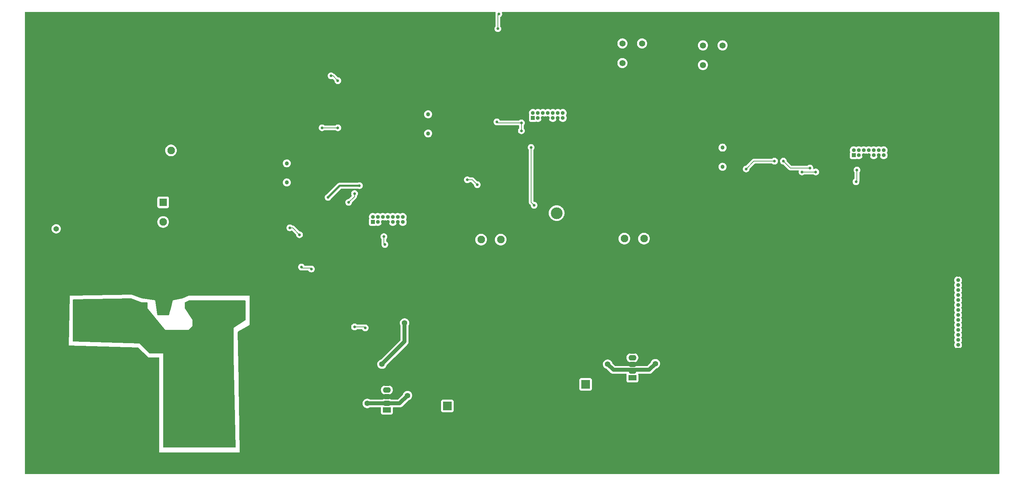
<source format=gbr>
%TF.GenerationSoftware,KiCad,Pcbnew,8.0.2*%
%TF.CreationDate,2024-07-21T10:42:16-04:00*%
%TF.ProjectId,electrical_design_hvac_v2,656c6563-7472-4696-9361-6c5f64657369,rev?*%
%TF.SameCoordinates,Original*%
%TF.FileFunction,Copper,L2,Bot*%
%TF.FilePolarity,Positive*%
%FSLAX46Y46*%
G04 Gerber Fmt 4.6, Leading zero omitted, Abs format (unit mm)*
G04 Created by KiCad (PCBNEW 8.0.2) date 2024-07-21 10:42:16*
%MOMM*%
%LPD*%
G01*
G04 APERTURE LIST*
%TA.AperFunction,ComponentPad*%
%ADD10R,2.200000X2.200000*%
%TD*%
%TA.AperFunction,ComponentPad*%
%ADD11O,2.200000X2.200000*%
%TD*%
%TA.AperFunction,ComponentPad*%
%ADD12C,1.574800*%
%TD*%
%TA.AperFunction,ComponentPad*%
%ADD13R,1.000000X1.000000*%
%TD*%
%TA.AperFunction,ComponentPad*%
%ADD14O,1.000000X1.000000*%
%TD*%
%TA.AperFunction,ComponentPad*%
%ADD15R,1.950000X1.950000*%
%TD*%
%TA.AperFunction,ComponentPad*%
%ADD16C,1.950000*%
%TD*%
%TA.AperFunction,ComponentPad*%
%ADD17R,2.000001X1.400000*%
%TD*%
%TA.AperFunction,ComponentPad*%
%ADD18O,2.000001X1.400000*%
%TD*%
%TA.AperFunction,ComponentPad*%
%ADD19C,1.030000*%
%TD*%
%TA.AperFunction,ComponentPad*%
%ADD20C,1.371600*%
%TD*%
%TA.AperFunction,ViaPad*%
%ADD21C,0.700000*%
%TD*%
%TA.AperFunction,ViaPad*%
%ADD22C,3.000000*%
%TD*%
%TA.AperFunction,ViaPad*%
%ADD23C,1.400000*%
%TD*%
%TA.AperFunction,Conductor*%
%ADD24C,0.200000*%
%TD*%
%TA.AperFunction,Conductor*%
%ADD25C,0.500000*%
%TD*%
%TA.AperFunction,Conductor*%
%ADD26C,1.000000*%
%TD*%
G04 APERTURE END LIST*
D10*
%TO.P,D1,1,K*%
%TO.N,Net-(D1-K)*%
X131420000Y-139400000D03*
D11*
%TO.P,D1,2,A*%
%TO.N,GND*%
X141580000Y-139400000D03*
%TD*%
D12*
%TO.P,SW1,1,1*%
%TO.N,GND*%
X181000000Y-52000000D03*
%TO.P,SW1,2,2*%
%TO.N,/MCU3/pushbutton_pa2*%
X176000000Y-52000000D03*
%TO.P,SW1,3,3*%
%TO.N,unconnected-(SW1-Pad3)*%
X176000000Y-47000010D03*
%TO.P,SW1,4,4*%
%TO.N,unconnected-(SW1-Pad4)*%
X181000000Y-47000010D03*
%TD*%
D13*
%TO.P,J4,1,Pin_1*%
%TO.N,GND*%
X261500000Y-125120000D03*
D14*
%TO.P,J4,2,Pin_2*%
%TO.N,Net-(J4-Pin_2)*%
X261500000Y-123850000D03*
%TO.P,J4,3,Pin_3*%
%TO.N,Net-(J4-Pin_3)*%
X261500000Y-122580000D03*
%TO.P,J4,4,Pin_4*%
%TO.N,Net-(J4-Pin_4)*%
X261500000Y-121310000D03*
%TO.P,J4,5,Pin_5*%
%TO.N,Net-(J4-Pin_5)*%
X261500000Y-120040000D03*
%TO.P,J4,6,Pin_6*%
%TO.N,Net-(J4-Pin_6)*%
X261500000Y-118770000D03*
%TO.P,J4,7,Pin_7*%
%TO.N,unconnected-(J4-Pin_7-Pad7)*%
X261500000Y-117500000D03*
%TO.P,J4,8,Pin_8*%
%TO.N,unconnected-(J4-Pin_8-Pad8)*%
X261500000Y-116230000D03*
%TO.P,J4,9,Pin_9*%
%TO.N,unconnected-(J4-Pin_9-Pad9)*%
X261500000Y-114960000D03*
%TO.P,J4,10,Pin_10*%
%TO.N,unconnected-(J4-Pin_10-Pad10)*%
X261500000Y-113690000D03*
%TO.P,J4,11,Pin_11*%
%TO.N,Net-(J4-Pin_11)*%
X261500000Y-112420000D03*
%TO.P,J4,12,Pin_12*%
%TO.N,Net-(J4-Pin_12)*%
X261500000Y-111150000D03*
%TO.P,J4,13,Pin_13*%
%TO.N,Net-(J4-Pin_13)*%
X261500000Y-109880000D03*
%TO.P,J4,14,Pin_14*%
%TO.N,Net-(J4-Pin_14)*%
X261500000Y-108610000D03*
%TO.P,J4,15,Pin_15*%
%TO.N,+5V*%
X261500000Y-107340000D03*
%TO.P,J4,16,Pin_16*%
%TO.N,GND*%
X261500000Y-106070000D03*
%TD*%
D15*
%TO.P,J3,1,1*%
%TO.N,GND*%
X135000000Y-97000000D03*
D16*
%TO.P,J3,2,2*%
%TO.N,/MCU3/temp_sense_pa2*%
X140000000Y-97000000D03*
%TO.P,J3,3,3*%
%TO.N,+3V3*%
X145000000Y-97000000D03*
%TD*%
D15*
%TO.P,J2,1,1*%
%TO.N,GND*%
X56267000Y-132000000D03*
D16*
%TO.P,J2,2,2*%
%TO.N,+12V*%
X61267000Y-132000000D03*
%TD*%
D10*
%TO.P,D2,1,K*%
%TO.N,Net-(D2-K)*%
X166621900Y-133900000D03*
D11*
%TO.P,D2,2,A*%
%TO.N,GND*%
X156461900Y-133900000D03*
%TD*%
D17*
%TO.P,U2,1,VIN*%
%TO.N,+12V*%
X116000000Y-140405000D03*
D18*
%TO.P,U2,2,OUT*%
%TO.N,Net-(D1-K)*%
X116000000Y-138705000D03*
%TO.P,U2,3,GND*%
%TO.N,GND*%
X116000000Y-137004999D03*
%TO.P,U2,4,FB*%
%TO.N,+3V3*%
X116000000Y-135305000D03*
%TO.P,U2,5,ON_OFF_N*%
%TO.N,GND*%
X116000000Y-133605000D03*
%TD*%
D19*
%TO.P,Y1,1*%
%TO.N,Net-(U1-PC14-OSCX_IN)*%
X126500000Y-65060000D03*
%TO.P,Y1,2*%
%TO.N,Net-(U1-PC15-OSCX_IN)*%
X126500000Y-69940000D03*
%TD*%
D17*
%TO.P,VR1,1,VIN*%
%TO.N,+12V*%
X178541900Y-132200000D03*
D18*
%TO.P,VR1,2,OUTPUT*%
%TO.N,Net-(D2-K)*%
X178541900Y-130500000D03*
%TO.P,VR1,3,GROUND*%
%TO.N,GND*%
X178541900Y-128799999D03*
%TO.P,VR1,4,FEEDBACK*%
%TO.N,+5V*%
X178541900Y-127100000D03*
%TO.P,VR1,5,~{ON}/OFF*%
%TO.N,GND*%
X178541900Y-125400000D03*
%TD*%
D15*
%TO.P,J8,1,1*%
%TO.N,GND*%
X61000000Y-69267000D03*
D16*
%TO.P,J8,2,2*%
%TO.N,Net-(J8-Pad2)*%
X61000000Y-74267000D03*
%TD*%
D13*
%TO.P,J5,1,Pin_1*%
%TO.N,unconnected-(J5-Pin_1-Pad1)*%
X234920000Y-75500000D03*
D14*
%TO.P,J5,2,Pin_2*%
%TO.N,unconnected-(J5-Pin_2-Pad2)*%
X234920000Y-74230000D03*
%TO.P,J5,3,Pin_3*%
%TO.N,+3V3*%
X236190000Y-75500000D03*
%TO.P,J5,4,Pin_4*%
%TO.N,MCU1_SWDIO*%
X236190000Y-74230000D03*
%TO.P,J5,5,Pin_5*%
%TO.N,GND*%
X237460000Y-75500000D03*
%TO.P,J5,6,Pin_6*%
%TO.N,MCU1_SWCLK*%
X237460000Y-74230000D03*
%TO.P,J5,7,Pin_7*%
%TO.N,GND*%
X238730000Y-75500000D03*
%TO.P,J5,8,Pin_8*%
%TO.N,unconnected-(J5-Pin_8-Pad8)*%
X238730000Y-74230000D03*
%TO.P,J5,9,Pin_9*%
%TO.N,unconnected-(J5-Pin_9-Pad9)*%
X240000000Y-75500000D03*
%TO.P,J5,10,Pin_10*%
%TO.N,unconnected-(J5-Pin_10-Pad10)*%
X240000000Y-74230000D03*
%TO.P,J5,11,Pin_11*%
%TO.N,GND*%
X241270000Y-75500000D03*
%TO.P,J5,12,Pin_12*%
%TO.N,/MCU1/NRST_PIN1*%
X241270000Y-74230000D03*
%TO.P,J5,13,Pin_13*%
%TO.N,unconnected-(J5-Pin_13-Pad13)*%
X242540000Y-75500000D03*
%TO.P,J5,14,Pin_14*%
%TO.N,unconnected-(J5-Pin_14-Pad14)*%
X242540000Y-74230000D03*
%TD*%
D13*
%TO.P,J1,1,Pin_1*%
%TO.N,unconnected-(J1-Pin_1-Pad1)*%
X153190000Y-66000000D03*
D14*
%TO.P,J1,2,Pin_2*%
%TO.N,unconnected-(J1-Pin_2-Pad2)*%
X153190000Y-64730000D03*
%TO.P,J1,3,Pin_3*%
%TO.N,+3V3*%
X154460000Y-66000000D03*
%TO.P,J1,4,Pin_4*%
%TO.N,MCU3_SWDIO*%
X154460000Y-64730000D03*
%TO.P,J1,5,Pin_5*%
%TO.N,GND*%
X155730000Y-66000000D03*
%TO.P,J1,6,Pin_6*%
%TO.N,MCU3_SWCLK*%
X155730000Y-64730000D03*
%TO.P,J1,7,Pin_7*%
%TO.N,GND*%
X157000000Y-66000000D03*
%TO.P,J1,8,Pin_8*%
%TO.N,unconnected-(J1-Pin_8-Pad8)*%
X157000000Y-64730000D03*
%TO.P,J1,9,Pin_9*%
%TO.N,unconnected-(J1-Pin_9-Pad9)*%
X158270000Y-66000000D03*
%TO.P,J1,10,Pin_10*%
%TO.N,unconnected-(J1-Pin_10-Pad10)*%
X158270000Y-64730000D03*
%TO.P,J1,11,Pin_11*%
%TO.N,GND*%
X159540000Y-66000000D03*
%TO.P,J1,12,Pin_12*%
%TO.N,/MCU3/NRST_PIN3*%
X159540000Y-64730000D03*
%TO.P,J1,13,Pin_13*%
%TO.N,unconnected-(J1-Pin_13-Pad13)*%
X160810000Y-66000000D03*
%TO.P,J1,14,Pin_14*%
%TO.N,unconnected-(J1-Pin_14-Pad14)*%
X160810000Y-64730000D03*
%TD*%
D19*
%TO.P,Y3,1*%
%TO.N,Net-(U6-PC14-OSCX_IN)*%
X90500000Y-77560000D03*
%TO.P,Y3,2*%
%TO.N,Net-(U6-PC15-OSCX_IN)*%
X90500000Y-82440000D03*
%TD*%
D13*
%TO.P,J9,1,Pin_1*%
%TO.N,unconnected-(J9-Pin_1-Pad1)*%
X112420000Y-92500000D03*
D14*
%TO.P,J9,2,Pin_2*%
%TO.N,unconnected-(J9-Pin_2-Pad2)*%
X112420000Y-91230000D03*
%TO.P,J9,3,Pin_3*%
%TO.N,+3V3*%
X113690000Y-92500000D03*
%TO.P,J9,4,Pin_4*%
%TO.N,MCU2_SWDIO*%
X113690000Y-91230000D03*
%TO.P,J9,5,Pin_5*%
%TO.N,GND*%
X114960000Y-92500000D03*
%TO.P,J9,6,Pin_6*%
%TO.N,MCU2_SWCLK*%
X114960000Y-91230000D03*
%TO.P,J9,7,Pin_7*%
%TO.N,GND*%
X116230000Y-92500000D03*
%TO.P,J9,8,Pin_8*%
%TO.N,unconnected-(J9-Pin_8-Pad8)*%
X116230000Y-91230000D03*
%TO.P,J9,9,Pin_9*%
%TO.N,unconnected-(J9-Pin_9-Pad9)*%
X117500000Y-92500000D03*
%TO.P,J9,10,Pin_10*%
%TO.N,unconnected-(J9-Pin_10-Pad10)*%
X117500000Y-91230000D03*
%TO.P,J9,11,Pin_11*%
%TO.N,GND*%
X118770000Y-92500000D03*
%TO.P,J9,12,Pin_12*%
%TO.N,/MCU2/NRST_PIN2*%
X118770000Y-91230000D03*
%TO.P,J9,13,Pin_13*%
%TO.N,unconnected-(J9-Pin_13-Pad13)*%
X120040000Y-92500000D03*
%TO.P,J9,14,Pin_14*%
%TO.N,unconnected-(J9-Pin_14-Pad14)*%
X120040000Y-91230000D03*
%TD*%
D15*
%TO.P,J6,1,1*%
%TO.N,GND*%
X171500000Y-96750000D03*
D16*
%TO.P,J6,2,2*%
%TO.N,/MCU3/temp_sense_pa1*%
X176500000Y-96750000D03*
%TO.P,J6,3,3*%
%TO.N,+3V3*%
X181500000Y-96750000D03*
%TD*%
D19*
%TO.P,Y2,1*%
%TO.N,Net-(U3-PC14-OSCX_IN)*%
X201500000Y-73560000D03*
%TO.P,Y2,2*%
%TO.N,Net-(U3-PC15-OSCX_IN)*%
X201500000Y-78440000D03*
%TD*%
D20*
%TO.P,C20,1*%
%TO.N,+12V*%
X31750000Y-94253800D03*
%TO.P,C20,2*%
%TO.N,GND*%
X31750000Y-89250000D03*
%TD*%
D12*
%TO.P,SW2,1,1*%
%TO.N,GND*%
X201500000Y-52500000D03*
%TO.P,SW2,2,2*%
%TO.N,/MCU3/pushbutton_pa3*%
X196500000Y-52500000D03*
%TO.P,SW2,3,3*%
%TO.N,unconnected-(SW2-Pad3)*%
X196500000Y-47500010D03*
%TO.P,SW2,4,4*%
%TO.N,unconnected-(SW2-Pad4)*%
X201500000Y-47500010D03*
%TD*%
D15*
%TO.P,J7,1,1*%
%TO.N,/MCU2/OUT2*%
X59000000Y-87500000D03*
D16*
%TO.P,J7,2,2*%
%TO.N,/MCU2/OUT1*%
X59000000Y-92500000D03*
%TD*%
D21*
%TO.N,GND*%
X239250000Y-78000000D03*
X167750000Y-93500000D03*
D22*
X51500000Y-145000000D03*
D21*
X192000000Y-77750000D03*
D23*
X78250000Y-73250000D03*
D21*
X206000000Y-87000000D03*
X91500000Y-121250000D03*
X117250000Y-95500000D03*
X83250000Y-98250000D03*
D23*
X153250000Y-133250000D03*
D21*
X225250000Y-142750000D03*
X95500000Y-88500000D03*
X138250000Y-69250000D03*
X231750000Y-84750000D03*
D22*
X51500000Y-134000000D03*
D23*
X26000000Y-75750000D03*
D21*
X132750000Y-92250000D03*
X223500000Y-90000000D03*
D23*
X172000000Y-125250000D03*
X81750000Y-108000000D03*
X25750000Y-86000000D03*
D21*
X207500000Y-94250000D03*
D23*
X62000000Y-103000000D03*
D22*
X45500000Y-145000000D03*
D21*
X209500000Y-110250000D03*
D23*
X27500000Y-114750000D03*
D21*
X87000000Y-93250000D03*
D23*
X62000000Y-107000000D03*
D21*
X131250000Y-73750000D03*
D23*
X27750000Y-108000000D03*
X148250000Y-129250000D03*
D21*
X183500000Y-55500000D03*
X88250000Y-121500000D03*
D22*
X45500000Y-139000000D03*
D21*
X92000000Y-130500000D03*
D22*
X51500000Y-129000000D03*
D21*
X116750000Y-67750000D03*
D23*
X28500000Y-128500000D03*
D21*
X80000000Y-80500000D03*
D22*
X59000000Y-104500000D03*
D21*
X243250000Y-129750000D03*
X158750000Y-68000000D03*
D23*
X213250000Y-127750000D03*
X56000000Y-103000000D03*
D21*
X101750000Y-87500000D03*
D23*
X54000000Y-70500000D03*
D22*
X45500000Y-134000000D03*
X45500000Y-129000000D03*
D23*
X186500000Y-138500000D03*
X27750000Y-121750000D03*
X56000000Y-107000000D03*
D21*
X216000000Y-77750000D03*
X263500000Y-127500000D03*
X257250000Y-105250000D03*
X204000000Y-56000000D03*
D22*
X51500000Y-139000000D03*
D23*
X27000000Y-65750000D03*
X144500000Y-137250000D03*
D21*
X131250000Y-78750000D03*
D23*
X118750000Y-130000000D03*
D22*
%TO.N,+12V*%
X72000000Y-130000000D03*
X63000000Y-141500000D03*
X44000000Y-114500000D03*
X77000000Y-115250000D03*
X72000000Y-141500000D03*
X66000000Y-130000000D03*
X72000000Y-135500000D03*
X66000000Y-135500000D03*
X72000000Y-146500000D03*
X72750000Y-115250000D03*
X68000000Y-115000000D03*
X38750000Y-114500000D03*
X63000000Y-146500000D03*
X49000000Y-114500000D03*
D21*
%TO.N,+3V3*%
X235500000Y-82250000D03*
X115500000Y-98250000D03*
D23*
X114750000Y-128750000D03*
D21*
X235750000Y-79250000D03*
X152750000Y-73500000D03*
X107750000Y-119250000D03*
X217000000Y-77000000D03*
X136500000Y-81750000D03*
X96750000Y-104500000D03*
X94250000Y-104000000D03*
X115250000Y-96250000D03*
X150250000Y-69250000D03*
X214750000Y-77000000D03*
D22*
X159250000Y-90250000D03*
D21*
X150250000Y-67250000D03*
D23*
X120500000Y-118250000D03*
D21*
X101000000Y-86250000D03*
X139000000Y-83000000D03*
X207500000Y-79000000D03*
X110500000Y-119500000D03*
X153500000Y-88250000D03*
X144000000Y-67000000D03*
X223750000Y-78750000D03*
X109000000Y-83250000D03*
D23*
%TO.N,Net-(D1-K)*%
X121250000Y-136750000D03*
X111000000Y-138750000D03*
%TO.N,Net-(D2-K)*%
X184375000Y-128625000D03*
X172250000Y-128750000D03*
D21*
%TO.N,Net-(Q2-Pad2)*%
X103500000Y-68500000D03*
X99500000Y-68500000D03*
%TO.N,/MCU2/PA12_fan_relay*%
X107750000Y-85250000D03*
X106250000Y-87525000D03*
%TO.N,/MCU2/PA2_hbridge_DRVOFF*%
X93750000Y-95750000D03*
X91250000Y-94000000D03*
%TO.N,I2C_SCL*%
X144250000Y-43250000D03*
X101750000Y-55250000D03*
X103500000Y-56500000D03*
X144500000Y-39500000D03*
%TO.N,/MCU1/NRST_PIN1*%
X221750000Y-79750000D03*
X225250000Y-79750000D03*
%TD*%
D24*
%TO.N,+3V3*%
X115250000Y-98000000D02*
X115500000Y-98250000D01*
X136500000Y-81750000D02*
X137750000Y-81750000D01*
X152750000Y-73500000D02*
X152750000Y-87500000D01*
X218750000Y-78750000D02*
X217000000Y-77000000D01*
X152750000Y-87500000D02*
X153500000Y-88250000D01*
X235750000Y-79250000D02*
X235750000Y-82000000D01*
X137750000Y-81750000D02*
X139000000Y-83000000D01*
X214750000Y-77000000D02*
X209500000Y-77000000D01*
X144250000Y-67250000D02*
X150250000Y-67250000D01*
X94250000Y-104000000D02*
X94500000Y-104250000D01*
X94500000Y-104250000D02*
X96500000Y-104250000D01*
X107750000Y-119250000D02*
X110250000Y-119250000D01*
X209500000Y-77000000D02*
X207500000Y-79000000D01*
D25*
X104000000Y-83250000D02*
X101000000Y-86250000D01*
D24*
X223750000Y-78750000D02*
X218750000Y-78750000D01*
X115250000Y-96250000D02*
X115250000Y-98000000D01*
D25*
X109000000Y-83250000D02*
X104000000Y-83250000D01*
D26*
X120500000Y-123000000D02*
X120500000Y-118250000D01*
X114750000Y-128750000D02*
X120500000Y-123000000D01*
D24*
X235750000Y-82000000D02*
X235500000Y-82250000D01*
X150250000Y-67250000D02*
X150250000Y-69250000D01*
X110250000Y-119250000D02*
X110500000Y-119500000D01*
X96500000Y-104250000D02*
X96750000Y-104500000D01*
X144000000Y-67000000D02*
X144250000Y-67250000D01*
D26*
%TO.N,Net-(D1-K)*%
X111000000Y-138750000D02*
X119250000Y-138750000D01*
X119250000Y-138750000D02*
X121250000Y-136750000D01*
%TO.N,Net-(D2-K)*%
X173699999Y-130199999D02*
X182800001Y-130199999D01*
X182800001Y-130199999D02*
X184375000Y-128625000D01*
X172250000Y-128750000D02*
X173699999Y-130199999D01*
D24*
%TO.N,Net-(Q2-Pad2)*%
X103500000Y-68500000D02*
X99500000Y-68500000D01*
%TO.N,/MCU2/PA12_fan_relay*%
X107750000Y-86025000D02*
X107750000Y-85250000D01*
X106250000Y-87525000D02*
X107750000Y-86025000D01*
%TO.N,/MCU2/PA2_hbridge_DRVOFF*%
X93750000Y-95750000D02*
X92000000Y-94000000D01*
X92000000Y-94000000D02*
X91250000Y-94000000D01*
%TO.N,I2C_SCL*%
X144250000Y-39750000D02*
X144500000Y-39500000D01*
X102250000Y-55250000D02*
X103500000Y-56500000D01*
X101750000Y-55250000D02*
X102250000Y-55250000D01*
X144250000Y-43250000D02*
X144250000Y-39750000D01*
%TO.N,/MCU1/NRST_PIN1*%
X221750000Y-79750000D02*
X225250000Y-79750000D01*
%TD*%
%TA.AperFunction,Conductor*%
%TO.N,GND*%
G36*
X143664396Y-39020185D02*
G01*
X143710151Y-39072989D01*
X143720095Y-39142147D01*
X143715288Y-39162818D01*
X143663504Y-39322192D01*
X143663503Y-39322194D01*
X143644815Y-39500001D01*
X143656636Y-39612483D01*
X143653091Y-39657531D01*
X143649500Y-39670934D01*
X143649499Y-39670943D01*
X143649499Y-39839046D01*
X143649500Y-39839059D01*
X143649500Y-42598270D01*
X143629815Y-42665309D01*
X143617650Y-42681242D01*
X143558144Y-42747329D01*
X143558139Y-42747336D01*
X143468750Y-42902164D01*
X143468747Y-42902170D01*
X143413504Y-43072192D01*
X143413503Y-43072194D01*
X143394815Y-43250000D01*
X143413503Y-43427805D01*
X143413504Y-43427807D01*
X143468747Y-43597829D01*
X143468750Y-43597835D01*
X143558141Y-43752665D01*
X143599812Y-43798946D01*
X143677764Y-43885521D01*
X143677767Y-43885523D01*
X143677770Y-43885526D01*
X143822407Y-43990612D01*
X143985733Y-44063329D01*
X144160609Y-44100500D01*
X144160610Y-44100500D01*
X144339389Y-44100500D01*
X144339391Y-44100500D01*
X144514267Y-44063329D01*
X144677593Y-43990612D01*
X144822230Y-43885526D01*
X144941859Y-43752665D01*
X145031250Y-43597835D01*
X145086497Y-43427803D01*
X145105185Y-43250000D01*
X145086497Y-43072197D01*
X145031250Y-42902165D01*
X144941859Y-42747335D01*
X144941855Y-42747329D01*
X144882350Y-42681242D01*
X144852120Y-42618250D01*
X144850500Y-42598270D01*
X144850500Y-40355462D01*
X144870185Y-40288423D01*
X144922989Y-40242668D01*
X144923915Y-40242249D01*
X144927593Y-40240612D01*
X145072230Y-40135526D01*
X145191859Y-40002665D01*
X145281250Y-39847835D01*
X145336497Y-39677803D01*
X145355185Y-39500000D01*
X145336497Y-39322197D01*
X145316858Y-39261756D01*
X145284712Y-39162818D01*
X145282717Y-39092977D01*
X145318798Y-39033144D01*
X145381499Y-39002316D01*
X145402643Y-39000500D01*
X271875500Y-39000500D01*
X271942539Y-39020185D01*
X271988294Y-39072989D01*
X271999500Y-39124500D01*
X271999500Y-156625500D01*
X271979815Y-156692539D01*
X271927011Y-156738294D01*
X271875500Y-156749500D01*
X23874500Y-156749500D01*
X23807461Y-156729815D01*
X23761706Y-156677011D01*
X23750500Y-156625500D01*
X23750500Y-124000000D01*
X35000000Y-124000000D01*
X52454105Y-124498688D01*
X52520553Y-124520279D01*
X52533968Y-124530880D01*
X55250000Y-127000000D01*
X57876000Y-127000000D01*
X57943039Y-127019685D01*
X57988794Y-127072489D01*
X58000000Y-127124000D01*
X58000000Y-151250000D01*
X78499999Y-151250000D01*
X78500000Y-151250000D01*
X78296748Y-138749999D01*
X109794357Y-138749999D01*
X109794357Y-138750000D01*
X109814884Y-138971535D01*
X109814885Y-138971537D01*
X109875769Y-139185523D01*
X109875775Y-139185538D01*
X109974938Y-139384683D01*
X109974943Y-139384691D01*
X110109020Y-139562238D01*
X110273437Y-139712123D01*
X110273439Y-139712125D01*
X110462595Y-139829245D01*
X110462596Y-139829245D01*
X110462599Y-139829247D01*
X110670060Y-139909618D01*
X110888757Y-139950500D01*
X110888759Y-139950500D01*
X111111241Y-139950500D01*
X111111243Y-139950500D01*
X111329940Y-139909618D01*
X111537401Y-139829247D01*
X111634586Y-139769073D01*
X111699863Y-139750500D01*
X114375499Y-139750500D01*
X114442538Y-139770185D01*
X114488293Y-139822989D01*
X114499499Y-139874500D01*
X114499499Y-141152870D01*
X114499500Y-141152876D01*
X114505907Y-141212483D01*
X114556201Y-141347328D01*
X114556205Y-141347335D01*
X114642451Y-141462544D01*
X114642454Y-141462547D01*
X114757663Y-141548793D01*
X114757670Y-141548797D01*
X114892516Y-141599091D01*
X114892515Y-141599091D01*
X114899443Y-141599835D01*
X114952126Y-141605500D01*
X117047873Y-141605499D01*
X117107484Y-141599091D01*
X117242332Y-141548796D01*
X117357547Y-141462546D01*
X117443797Y-141347331D01*
X117494092Y-141212483D01*
X117500501Y-141152873D01*
X117500500Y-139874499D01*
X117520185Y-139807461D01*
X117572988Y-139761706D01*
X117624500Y-139750500D01*
X119348542Y-139750500D01*
X119367870Y-139746655D01*
X119445188Y-139731275D01*
X119541836Y-139712051D01*
X119595165Y-139689961D01*
X119723914Y-139636632D01*
X119887782Y-139527139D01*
X120027139Y-139387782D01*
X120027140Y-139387779D01*
X120034206Y-139380714D01*
X120034209Y-139380710D01*
X121162783Y-138252135D01*
X129819500Y-138252135D01*
X129819500Y-140547870D01*
X129819501Y-140547876D01*
X129825908Y-140607483D01*
X129876202Y-140742328D01*
X129876206Y-140742335D01*
X129962452Y-140857544D01*
X129962455Y-140857547D01*
X130077664Y-140943793D01*
X130077671Y-140943797D01*
X130212517Y-140994091D01*
X130212516Y-140994091D01*
X130219444Y-140994835D01*
X130272127Y-141000500D01*
X132567872Y-141000499D01*
X132627483Y-140994091D01*
X132762331Y-140943796D01*
X132877546Y-140857546D01*
X132963796Y-140742331D01*
X133014091Y-140607483D01*
X133020500Y-140547873D01*
X133020499Y-138252128D01*
X133014091Y-138192517D01*
X132963796Y-138057669D01*
X132963795Y-138057668D01*
X132963793Y-138057664D01*
X132877547Y-137942455D01*
X132877544Y-137942452D01*
X132762335Y-137856206D01*
X132762328Y-137856202D01*
X132627482Y-137805908D01*
X132627483Y-137805908D01*
X132567883Y-137799501D01*
X132567881Y-137799500D01*
X132567873Y-137799500D01*
X132567864Y-137799500D01*
X130272129Y-137799500D01*
X130272123Y-137799501D01*
X130212516Y-137805908D01*
X130077671Y-137856202D01*
X130077664Y-137856206D01*
X129962455Y-137942452D01*
X129962452Y-137942455D01*
X129876206Y-138057664D01*
X129876202Y-138057671D01*
X129825908Y-138192517D01*
X129819501Y-138252116D01*
X129819501Y-138252123D01*
X129819500Y-138252135D01*
X121162783Y-138252135D01*
X121460990Y-137953928D01*
X121522311Y-137920445D01*
X121525838Y-137919731D01*
X121579940Y-137909618D01*
X121787401Y-137829247D01*
X121976562Y-137712124D01*
X122140981Y-137562236D01*
X122275058Y-137384689D01*
X122374229Y-137185528D01*
X122435115Y-136971536D01*
X122455643Y-136750000D01*
X122435115Y-136528464D01*
X122374229Y-136314472D01*
X122327531Y-136220690D01*
X122275061Y-136115316D01*
X122275056Y-136115308D01*
X122140979Y-135937761D01*
X121976562Y-135787876D01*
X121976560Y-135787874D01*
X121787404Y-135670754D01*
X121787398Y-135670752D01*
X121579940Y-135590382D01*
X121361243Y-135549500D01*
X121138757Y-135549500D01*
X120920060Y-135590382D01*
X120788864Y-135641207D01*
X120712601Y-135670752D01*
X120712595Y-135670754D01*
X120523439Y-135787874D01*
X120523437Y-135787876D01*
X120359020Y-135937761D01*
X120224943Y-136115308D01*
X120224936Y-136115320D01*
X120125775Y-136314462D01*
X120125768Y-136314480D01*
X120076985Y-136485932D01*
X120045400Y-136539678D01*
X118871899Y-137713181D01*
X118810576Y-137746666D01*
X118784218Y-137749500D01*
X117067570Y-137749500D01*
X117000531Y-137729815D01*
X116994692Y-137725823D01*
X116929199Y-137678240D01*
X116914503Y-137670752D01*
X116760836Y-137592454D01*
X116581118Y-137534059D01*
X116394486Y-137504500D01*
X116394481Y-137504500D01*
X115605519Y-137504500D01*
X115605514Y-137504500D01*
X115418881Y-137534059D01*
X115239163Y-137592454D01*
X115070800Y-137678240D01*
X115027583Y-137709639D01*
X115005314Y-137725818D01*
X114939509Y-137749298D01*
X114932430Y-137749500D01*
X111699863Y-137749500D01*
X111634586Y-137730927D01*
X111537404Y-137670754D01*
X111537398Y-137670752D01*
X111329940Y-137590382D01*
X111111243Y-137549500D01*
X110888757Y-137549500D01*
X110670060Y-137590382D01*
X110538864Y-137641207D01*
X110462601Y-137670752D01*
X110462595Y-137670754D01*
X110273439Y-137787874D01*
X110273437Y-137787876D01*
X110109020Y-137937761D01*
X109974943Y-138115308D01*
X109974938Y-138115316D01*
X109875775Y-138314461D01*
X109875769Y-138314476D01*
X109814885Y-138528462D01*
X109814884Y-138528464D01*
X109794357Y-138749999D01*
X78296748Y-138749999D01*
X78239195Y-135210513D01*
X114499500Y-135210513D01*
X114499500Y-135399486D01*
X114529059Y-135586118D01*
X114587454Y-135765836D01*
X114673240Y-135934199D01*
X114784310Y-136087073D01*
X114917927Y-136220690D01*
X115070801Y-136331760D01*
X115150347Y-136372290D01*
X115239163Y-136417545D01*
X115239165Y-136417545D01*
X115239168Y-136417547D01*
X115335497Y-136448846D01*
X115418881Y-136475940D01*
X115605514Y-136505500D01*
X115605519Y-136505500D01*
X116394486Y-136505500D01*
X116581118Y-136475940D01*
X116760832Y-136417547D01*
X116929199Y-136331760D01*
X117082073Y-136220690D01*
X117215690Y-136087073D01*
X117326760Y-135934199D01*
X117412547Y-135765832D01*
X117470940Y-135586118D01*
X117476740Y-135549500D01*
X117500500Y-135399486D01*
X117500500Y-135210513D01*
X117470940Y-135023881D01*
X117412545Y-134844163D01*
X117326759Y-134675800D01*
X117215690Y-134522927D01*
X117082073Y-134389310D01*
X116929199Y-134278240D01*
X116760836Y-134192454D01*
X116581118Y-134134059D01*
X116394486Y-134104500D01*
X116394481Y-134104500D01*
X115605519Y-134104500D01*
X115605514Y-134104500D01*
X115418881Y-134134059D01*
X115239163Y-134192454D01*
X115070800Y-134278240D01*
X114983579Y-134341610D01*
X114917927Y-134389310D01*
X114917925Y-134389312D01*
X114917924Y-134389312D01*
X114784312Y-134522924D01*
X114784312Y-134522925D01*
X114784310Y-134522927D01*
X114736610Y-134588579D01*
X114673240Y-134675800D01*
X114587454Y-134844163D01*
X114529059Y-135023881D01*
X114499500Y-135210513D01*
X78239195Y-135210513D01*
X78199221Y-132752135D01*
X165021400Y-132752135D01*
X165021400Y-135047870D01*
X165021401Y-135047876D01*
X165027808Y-135107483D01*
X165078102Y-135242328D01*
X165078106Y-135242335D01*
X165164352Y-135357544D01*
X165164355Y-135357547D01*
X165279564Y-135443793D01*
X165279571Y-135443797D01*
X165414417Y-135494091D01*
X165414416Y-135494091D01*
X165421344Y-135494835D01*
X165474027Y-135500500D01*
X167769772Y-135500499D01*
X167829383Y-135494091D01*
X167964231Y-135443796D01*
X168079446Y-135357546D01*
X168165696Y-135242331D01*
X168215991Y-135107483D01*
X168222400Y-135047873D01*
X168222399Y-132752128D01*
X168215991Y-132692517D01*
X168165696Y-132557669D01*
X168165695Y-132557668D01*
X168165693Y-132557664D01*
X168079447Y-132442455D01*
X168079444Y-132442452D01*
X167964235Y-132356206D01*
X167964228Y-132356202D01*
X167829382Y-132305908D01*
X167829383Y-132305908D01*
X167769783Y-132299501D01*
X167769781Y-132299500D01*
X167769773Y-132299500D01*
X167769764Y-132299500D01*
X165474029Y-132299500D01*
X165474023Y-132299501D01*
X165414416Y-132305908D01*
X165279571Y-132356202D01*
X165279564Y-132356206D01*
X165164355Y-132442452D01*
X165164352Y-132442455D01*
X165078106Y-132557664D01*
X165078102Y-132557671D01*
X165027808Y-132692517D01*
X165021401Y-132752116D01*
X165021401Y-132752123D01*
X165021400Y-132752135D01*
X78199221Y-132752135D01*
X78134146Y-128749999D01*
X113544357Y-128749999D01*
X113544357Y-128750000D01*
X113564884Y-128971535D01*
X113564885Y-128971537D01*
X113625769Y-129185523D01*
X113625775Y-129185538D01*
X113724938Y-129384683D01*
X113724943Y-129384691D01*
X113859020Y-129562238D01*
X114023437Y-129712123D01*
X114023439Y-129712125D01*
X114212595Y-129829245D01*
X114212596Y-129829245D01*
X114212599Y-129829247D01*
X114420060Y-129909618D01*
X114638757Y-129950500D01*
X114638759Y-129950500D01*
X114861241Y-129950500D01*
X114861243Y-129950500D01*
X115079940Y-129909618D01*
X115287401Y-129829247D01*
X115476562Y-129712124D01*
X115640981Y-129562236D01*
X115775058Y-129384689D01*
X115874229Y-129185528D01*
X115923013Y-129014064D01*
X115954596Y-128960322D01*
X116164919Y-128749999D01*
X171044357Y-128749999D01*
X171044357Y-128750000D01*
X171064884Y-128971535D01*
X171064885Y-128971537D01*
X171125769Y-129185523D01*
X171125775Y-129185538D01*
X171224938Y-129384683D01*
X171224943Y-129384691D01*
X171359020Y-129562238D01*
X171523437Y-129712123D01*
X171523439Y-129712125D01*
X171712595Y-129829245D01*
X171712596Y-129829245D01*
X171712599Y-129829247D01*
X171920060Y-129909618D01*
X171974115Y-129919722D01*
X172036394Y-129951391D01*
X172039009Y-129953930D01*
X172922859Y-130837780D01*
X172922860Y-130837781D01*
X172995798Y-130910719D01*
X173062218Y-130977139D01*
X173226078Y-131086627D01*
X173226091Y-131086634D01*
X173354832Y-131139960D01*
X173408158Y-131162048D01*
X173408163Y-131162050D01*
X173446396Y-131169655D01*
X173485161Y-131177366D01*
X173601455Y-131200499D01*
X173601458Y-131200499D01*
X173601459Y-131200499D01*
X173798539Y-131200499D01*
X176940833Y-131200499D01*
X177007872Y-131220184D01*
X177053627Y-131272988D01*
X177063571Y-131342146D01*
X177057015Y-131367833D01*
X177047807Y-131392518D01*
X177041400Y-131452116D01*
X177041400Y-131452123D01*
X177041399Y-131452135D01*
X177041399Y-132947870D01*
X177041400Y-132947876D01*
X177047807Y-133007483D01*
X177098101Y-133142328D01*
X177098105Y-133142335D01*
X177184351Y-133257544D01*
X177184354Y-133257547D01*
X177299563Y-133343793D01*
X177299570Y-133343797D01*
X177434416Y-133394091D01*
X177434415Y-133394091D01*
X177441343Y-133394835D01*
X177494026Y-133400500D01*
X179589773Y-133400499D01*
X179649384Y-133394091D01*
X179784232Y-133343796D01*
X179899447Y-133257546D01*
X179985697Y-133142331D01*
X180035992Y-133007483D01*
X180042401Y-132947873D01*
X180042400Y-131452128D01*
X180035992Y-131392517D01*
X180026784Y-131367831D01*
X180021801Y-131298141D01*
X180055285Y-131236818D01*
X180116608Y-131203333D01*
X180142967Y-131200499D01*
X182898544Y-131200499D01*
X183001916Y-131179936D01*
X183053604Y-131169655D01*
X183091837Y-131162050D01*
X183145166Y-131139960D01*
X183273915Y-131086631D01*
X183437783Y-130977138D01*
X183577140Y-130837781D01*
X183577141Y-130837778D01*
X183584207Y-130830713D01*
X183584210Y-130830709D01*
X184585990Y-129828928D01*
X184647311Y-129795445D01*
X184650838Y-129794731D01*
X184704940Y-129784618D01*
X184912401Y-129704247D01*
X185101562Y-129587124D01*
X185265981Y-129437236D01*
X185400058Y-129259689D01*
X185499229Y-129060528D01*
X185560115Y-128846536D01*
X185580643Y-128625000D01*
X185567756Y-128485930D01*
X185560115Y-128403464D01*
X185560114Y-128403462D01*
X185548013Y-128360932D01*
X185499229Y-128189472D01*
X185468002Y-128126760D01*
X185400061Y-127990316D01*
X185400056Y-127990308D01*
X185265979Y-127812761D01*
X185101562Y-127662876D01*
X185101560Y-127662874D01*
X184912404Y-127545754D01*
X184912398Y-127545752D01*
X184704940Y-127465382D01*
X184486243Y-127424500D01*
X184263757Y-127424500D01*
X184045060Y-127465382D01*
X183913864Y-127516207D01*
X183837601Y-127545752D01*
X183837595Y-127545754D01*
X183648439Y-127662874D01*
X183648437Y-127662876D01*
X183484020Y-127812761D01*
X183349943Y-127990308D01*
X183349936Y-127990320D01*
X183250775Y-128189462D01*
X183250768Y-128189480D01*
X183201985Y-128360932D01*
X183170400Y-128414678D01*
X182421900Y-129163180D01*
X182360577Y-129196665D01*
X182334219Y-129199499D01*
X174165782Y-129199499D01*
X174098743Y-129179814D01*
X174078101Y-129163180D01*
X173454598Y-128539678D01*
X173423013Y-128485932D01*
X173374229Y-128314472D01*
X173374224Y-128314461D01*
X173275061Y-128115316D01*
X173275056Y-128115308D01*
X173140979Y-127937761D01*
X172976562Y-127787876D01*
X172976560Y-127787874D01*
X172787404Y-127670754D01*
X172787398Y-127670752D01*
X172579940Y-127590382D01*
X172361243Y-127549500D01*
X172138757Y-127549500D01*
X171920060Y-127590382D01*
X171788864Y-127641207D01*
X171712601Y-127670752D01*
X171712595Y-127670754D01*
X171523439Y-127787874D01*
X171523437Y-127787876D01*
X171359020Y-127937761D01*
X171224943Y-128115308D01*
X171224938Y-128115316D01*
X171125775Y-128314461D01*
X171125769Y-128314476D01*
X171064885Y-128528462D01*
X171064884Y-128528464D01*
X171044357Y-128749999D01*
X116164919Y-128749999D01*
X117909405Y-127005513D01*
X177041400Y-127005513D01*
X177041400Y-127194486D01*
X177070959Y-127381118D01*
X177129354Y-127560836D01*
X177185360Y-127670753D01*
X177215140Y-127729199D01*
X177326210Y-127882073D01*
X177459827Y-128015690D01*
X177612701Y-128126760D01*
X177692247Y-128167290D01*
X177781063Y-128212545D01*
X177781065Y-128212545D01*
X177781068Y-128212547D01*
X177877397Y-128243846D01*
X177960781Y-128270940D01*
X178147414Y-128300500D01*
X178147419Y-128300500D01*
X178936386Y-128300500D01*
X179123018Y-128270940D01*
X179302732Y-128212547D01*
X179471099Y-128126760D01*
X179623973Y-128015690D01*
X179757590Y-127882073D01*
X179868660Y-127729199D01*
X179954447Y-127560832D01*
X180012840Y-127381118D01*
X180042400Y-127194486D01*
X180042400Y-127005513D01*
X180012840Y-126818881D01*
X179954445Y-126639163D01*
X179868659Y-126470800D01*
X179757590Y-126317927D01*
X179623973Y-126184310D01*
X179471099Y-126073240D01*
X179302736Y-125987454D01*
X179123018Y-125929059D01*
X178936386Y-125899500D01*
X178936381Y-125899500D01*
X178147419Y-125899500D01*
X178147414Y-125899500D01*
X177960781Y-125929059D01*
X177781063Y-125987454D01*
X177612700Y-126073240D01*
X177525479Y-126136610D01*
X177459827Y-126184310D01*
X177459825Y-126184312D01*
X177459824Y-126184312D01*
X177326212Y-126317924D01*
X177326212Y-126317925D01*
X177326210Y-126317927D01*
X177278510Y-126383579D01*
X177215140Y-126470800D01*
X177129354Y-126639163D01*
X177070959Y-126818881D01*
X177041400Y-127005513D01*
X117909405Y-127005513D01*
X121137778Y-123777141D01*
X121137782Y-123777139D01*
X121277139Y-123637782D01*
X121386632Y-123473914D01*
X121462051Y-123291835D01*
X121462125Y-123291467D01*
X121462233Y-123290923D01*
X121474478Y-123229361D01*
X121496539Y-123118452D01*
X121500500Y-123098541D01*
X121500500Y-118958769D01*
X121520185Y-118891730D01*
X121524761Y-118885167D01*
X121525053Y-118884694D01*
X121525058Y-118884689D01*
X121624229Y-118685528D01*
X121685115Y-118471536D01*
X121705643Y-118250000D01*
X121702072Y-118211467D01*
X121685115Y-118028464D01*
X121685114Y-118028462D01*
X121624230Y-117814476D01*
X121624229Y-117814472D01*
X121624224Y-117814461D01*
X121525061Y-117615316D01*
X121525056Y-117615308D01*
X121390979Y-117437761D01*
X121226562Y-117287876D01*
X121226560Y-117287874D01*
X121037404Y-117170754D01*
X121037398Y-117170752D01*
X120829940Y-117090382D01*
X120611243Y-117049500D01*
X120388757Y-117049500D01*
X120170060Y-117090382D01*
X120038864Y-117141207D01*
X119962601Y-117170752D01*
X119962595Y-117170754D01*
X119773439Y-117287874D01*
X119773437Y-117287876D01*
X119609020Y-117437761D01*
X119474943Y-117615308D01*
X119474938Y-117615316D01*
X119375775Y-117814461D01*
X119375769Y-117814476D01*
X119314885Y-118028462D01*
X119314884Y-118028464D01*
X119294357Y-118249999D01*
X119294357Y-118250000D01*
X119314884Y-118471535D01*
X119314885Y-118471537D01*
X119375769Y-118685523D01*
X119375775Y-118685538D01*
X119474938Y-118884683D01*
X119477959Y-118889561D01*
X119476805Y-118890275D01*
X119499145Y-118949389D01*
X119499500Y-118958769D01*
X119499500Y-122534217D01*
X119479815Y-122601256D01*
X119463181Y-122621898D01*
X114539009Y-127546069D01*
X114477686Y-127579554D01*
X114474115Y-127580276D01*
X114420068Y-127590380D01*
X114420060Y-127590382D01*
X114212601Y-127670751D01*
X114212595Y-127670754D01*
X114023439Y-127787874D01*
X114023437Y-127787876D01*
X113859020Y-127937761D01*
X113724943Y-128115308D01*
X113724938Y-128115316D01*
X113625775Y-128314461D01*
X113625769Y-128314476D01*
X113564885Y-128528462D01*
X113564884Y-128528464D01*
X113544357Y-128749999D01*
X78134146Y-128749999D01*
X78001179Y-120572556D01*
X78019771Y-120505208D01*
X78062680Y-120463436D01*
X80142857Y-119250000D01*
X106894815Y-119250000D01*
X106913503Y-119427805D01*
X106913504Y-119427807D01*
X106968747Y-119597829D01*
X106968750Y-119597835D01*
X107058141Y-119752665D01*
X107099812Y-119798946D01*
X107177764Y-119885521D01*
X107177767Y-119885523D01*
X107177770Y-119885526D01*
X107322407Y-119990612D01*
X107485733Y-120063329D01*
X107660609Y-120100500D01*
X107660610Y-120100500D01*
X107839389Y-120100500D01*
X107839391Y-120100500D01*
X108014267Y-120063329D01*
X108177593Y-119990612D01*
X108322230Y-119885526D01*
X108322238Y-119885517D01*
X108325755Y-119882351D01*
X108388747Y-119852121D01*
X108408729Y-119850500D01*
X109648697Y-119850500D01*
X109715736Y-119870185D01*
X109756084Y-119912500D01*
X109796051Y-119981725D01*
X109808141Y-120002665D01*
X109841758Y-120040000D01*
X109927764Y-120135521D01*
X109927767Y-120135523D01*
X109927770Y-120135526D01*
X110072407Y-120240612D01*
X110235733Y-120313329D01*
X110410609Y-120350500D01*
X110410610Y-120350500D01*
X110589389Y-120350500D01*
X110589391Y-120350500D01*
X110764267Y-120313329D01*
X110927593Y-120240612D01*
X111072230Y-120135526D01*
X111191859Y-120002665D01*
X111281250Y-119847835D01*
X111336497Y-119677803D01*
X111355185Y-119500000D01*
X111336497Y-119322197D01*
X111308873Y-119237181D01*
X111281252Y-119152170D01*
X111281249Y-119152164D01*
X111191859Y-118997335D01*
X111106172Y-118902170D01*
X111072235Y-118864478D01*
X111072232Y-118864476D01*
X111072231Y-118864475D01*
X111072230Y-118864474D01*
X110927593Y-118759388D01*
X110764267Y-118686671D01*
X110764265Y-118686670D01*
X110634861Y-118659165D01*
X110589391Y-118649500D01*
X110410609Y-118649500D01*
X110410608Y-118649500D01*
X110394246Y-118652977D01*
X110336382Y-118651461D01*
X110329061Y-118649499D01*
X110329057Y-118649499D01*
X110170943Y-118649499D01*
X110163347Y-118649499D01*
X110163331Y-118649500D01*
X108408729Y-118649500D01*
X108341690Y-118629815D01*
X108325755Y-118617649D01*
X108322233Y-118614477D01*
X108322230Y-118614474D01*
X108177593Y-118509388D01*
X108014267Y-118436671D01*
X108014265Y-118436670D01*
X107886594Y-118409533D01*
X107839391Y-118399500D01*
X107660609Y-118399500D01*
X107629954Y-118406015D01*
X107485733Y-118436670D01*
X107485728Y-118436672D01*
X107322408Y-118509387D01*
X107177768Y-118614475D01*
X107058140Y-118747336D01*
X106968750Y-118902164D01*
X106968747Y-118902170D01*
X106913504Y-119072192D01*
X106913503Y-119072194D01*
X106894815Y-119250000D01*
X80142857Y-119250000D01*
X81000000Y-118750000D01*
X81000000Y-111250000D01*
X65499999Y-111250000D01*
X64014852Y-111992573D01*
X63983716Y-112003256D01*
X61500000Y-112499999D01*
X61499999Y-112499999D01*
X60946595Y-114575269D01*
X60654276Y-115671467D01*
X60524547Y-116157950D01*
X60488254Y-116217654D01*
X60425443Y-116248258D01*
X60404734Y-116250000D01*
X57608564Y-116250000D01*
X57541525Y-116230315D01*
X57495770Y-116177511D01*
X57485652Y-116142388D01*
X57000000Y-112500000D01*
X53514713Y-112002101D01*
X53486197Y-111994478D01*
X51000002Y-111000000D01*
X50999998Y-110999999D01*
X36001020Y-111249983D01*
X35998954Y-111250000D01*
X35240566Y-111250000D01*
X35000000Y-124000000D01*
X23750500Y-124000000D01*
X23750500Y-107340000D01*
X260494659Y-107340000D01*
X260513975Y-107536129D01*
X260571188Y-107724733D01*
X260664086Y-107898532D01*
X260667473Y-107903601D01*
X260665836Y-107904694D01*
X260689596Y-107960663D01*
X260677795Y-108029529D01*
X260667109Y-108046156D01*
X260667473Y-108046399D01*
X260664086Y-108051467D01*
X260571188Y-108225266D01*
X260513975Y-108413870D01*
X260494659Y-108610000D01*
X260513975Y-108806129D01*
X260571188Y-108994733D01*
X260664086Y-109168532D01*
X260667473Y-109173601D01*
X260665836Y-109174694D01*
X260689596Y-109230663D01*
X260677795Y-109299529D01*
X260667109Y-109316156D01*
X260667473Y-109316399D01*
X260664086Y-109321467D01*
X260571188Y-109495266D01*
X260513975Y-109683870D01*
X260494659Y-109880000D01*
X260513975Y-110076129D01*
X260571188Y-110264733D01*
X260664086Y-110438532D01*
X260667473Y-110443601D01*
X260665836Y-110444694D01*
X260689596Y-110500663D01*
X260677795Y-110569529D01*
X260667109Y-110586156D01*
X260667473Y-110586399D01*
X260664086Y-110591467D01*
X260571188Y-110765266D01*
X260513975Y-110953870D01*
X260494659Y-111150000D01*
X260513975Y-111346129D01*
X260571188Y-111534733D01*
X260664086Y-111708532D01*
X260667473Y-111713601D01*
X260665836Y-111714694D01*
X260689596Y-111770663D01*
X260677795Y-111839529D01*
X260667109Y-111856156D01*
X260667473Y-111856399D01*
X260664086Y-111861467D01*
X260571188Y-112035266D01*
X260513975Y-112223870D01*
X260494659Y-112420000D01*
X260513975Y-112616129D01*
X260571188Y-112804733D01*
X260664086Y-112978532D01*
X260667473Y-112983601D01*
X260665836Y-112984694D01*
X260689596Y-113040663D01*
X260677795Y-113109529D01*
X260667109Y-113126156D01*
X260667473Y-113126399D01*
X260664086Y-113131467D01*
X260571188Y-113305266D01*
X260513975Y-113493870D01*
X260494659Y-113690000D01*
X260513975Y-113886129D01*
X260571188Y-114074733D01*
X260664086Y-114248532D01*
X260667473Y-114253601D01*
X260665836Y-114254694D01*
X260689596Y-114310663D01*
X260677795Y-114379529D01*
X260667109Y-114396156D01*
X260667473Y-114396399D01*
X260664086Y-114401467D01*
X260571188Y-114575266D01*
X260513975Y-114763870D01*
X260494659Y-114960000D01*
X260513975Y-115156129D01*
X260513976Y-115156132D01*
X260567677Y-115333161D01*
X260571188Y-115344733D01*
X260664086Y-115518532D01*
X260667473Y-115523601D01*
X260665836Y-115524694D01*
X260689596Y-115580663D01*
X260677795Y-115649529D01*
X260667109Y-115666156D01*
X260667473Y-115666399D01*
X260664086Y-115671467D01*
X260571188Y-115845266D01*
X260513975Y-116033870D01*
X260494659Y-116230000D01*
X260513975Y-116426129D01*
X260571188Y-116614733D01*
X260664086Y-116788532D01*
X260667473Y-116793601D01*
X260665836Y-116794694D01*
X260689596Y-116850663D01*
X260677795Y-116919529D01*
X260667109Y-116936156D01*
X260667473Y-116936399D01*
X260664086Y-116941467D01*
X260571188Y-117115266D01*
X260513975Y-117303870D01*
X260494659Y-117500000D01*
X260513975Y-117696129D01*
X260513976Y-117696132D01*
X260549875Y-117814476D01*
X260571188Y-117884733D01*
X260664086Y-118058532D01*
X260667473Y-118063601D01*
X260665836Y-118064694D01*
X260689596Y-118120663D01*
X260677795Y-118189529D01*
X260667109Y-118206156D01*
X260667473Y-118206399D01*
X260664086Y-118211467D01*
X260571188Y-118385266D01*
X260513975Y-118573870D01*
X260494659Y-118770000D01*
X260513975Y-118966129D01*
X260513976Y-118966132D01*
X260570410Y-119152170D01*
X260571188Y-119154733D01*
X260664086Y-119328532D01*
X260667473Y-119333601D01*
X260665836Y-119334694D01*
X260689596Y-119390663D01*
X260677795Y-119459529D01*
X260667109Y-119476156D01*
X260667473Y-119476399D01*
X260664086Y-119481467D01*
X260571188Y-119655266D01*
X260513975Y-119843870D01*
X260494659Y-120040000D01*
X260513975Y-120236129D01*
X260571188Y-120424733D01*
X260664086Y-120598532D01*
X260667473Y-120603601D01*
X260665836Y-120604694D01*
X260689596Y-120660663D01*
X260677795Y-120729529D01*
X260667109Y-120746156D01*
X260667473Y-120746399D01*
X260664086Y-120751467D01*
X260571188Y-120925266D01*
X260513975Y-121113870D01*
X260494659Y-121310000D01*
X260513975Y-121506129D01*
X260571188Y-121694733D01*
X260664086Y-121868532D01*
X260667473Y-121873601D01*
X260665836Y-121874694D01*
X260689596Y-121930663D01*
X260677795Y-121999529D01*
X260667109Y-122016156D01*
X260667473Y-122016399D01*
X260664086Y-122021467D01*
X260571188Y-122195266D01*
X260513975Y-122383870D01*
X260494659Y-122580000D01*
X260513975Y-122776129D01*
X260571188Y-122964733D01*
X260664086Y-123138532D01*
X260667473Y-123143601D01*
X260665836Y-123144694D01*
X260689596Y-123200663D01*
X260677795Y-123269529D01*
X260667109Y-123286156D01*
X260667473Y-123286399D01*
X260664086Y-123291467D01*
X260571188Y-123465266D01*
X260513975Y-123653870D01*
X260494659Y-123850000D01*
X260513975Y-124046129D01*
X260571188Y-124234733D01*
X260664086Y-124408532D01*
X260664090Y-124408539D01*
X260789116Y-124560883D01*
X260941460Y-124685909D01*
X260941467Y-124685913D01*
X261115266Y-124778811D01*
X261115269Y-124778811D01*
X261115273Y-124778814D01*
X261303868Y-124836024D01*
X261500000Y-124855341D01*
X261696132Y-124836024D01*
X261884727Y-124778814D01*
X262058538Y-124685910D01*
X262210883Y-124560883D01*
X262335910Y-124408538D01*
X262428814Y-124234727D01*
X262486024Y-124046132D01*
X262505341Y-123850000D01*
X262486024Y-123653868D01*
X262428814Y-123465273D01*
X262335910Y-123291462D01*
X262335907Y-123291458D01*
X262332523Y-123286393D01*
X262334164Y-123285296D01*
X262310405Y-123229361D01*
X262322194Y-123160493D01*
X262332888Y-123143851D01*
X262332523Y-123143607D01*
X262335904Y-123138544D01*
X262335910Y-123138538D01*
X262428814Y-122964727D01*
X262486024Y-122776132D01*
X262505341Y-122580000D01*
X262486024Y-122383868D01*
X262428814Y-122195273D01*
X262335910Y-122021462D01*
X262335907Y-122021458D01*
X262332523Y-122016393D01*
X262334164Y-122015296D01*
X262310405Y-121959361D01*
X262322194Y-121890493D01*
X262332888Y-121873851D01*
X262332523Y-121873607D01*
X262335904Y-121868544D01*
X262335910Y-121868538D01*
X262428814Y-121694727D01*
X262486024Y-121506132D01*
X262505341Y-121310000D01*
X262486024Y-121113868D01*
X262428814Y-120925273D01*
X262335910Y-120751462D01*
X262335907Y-120751458D01*
X262332523Y-120746393D01*
X262334164Y-120745296D01*
X262310405Y-120689361D01*
X262322194Y-120620493D01*
X262332888Y-120603851D01*
X262332523Y-120603607D01*
X262335904Y-120598544D01*
X262335910Y-120598538D01*
X262428814Y-120424727D01*
X262486024Y-120236132D01*
X262505341Y-120040000D01*
X262486024Y-119843868D01*
X262428814Y-119655273D01*
X262335910Y-119481462D01*
X262335907Y-119481458D01*
X262332523Y-119476393D01*
X262334164Y-119475296D01*
X262310405Y-119419361D01*
X262322194Y-119350493D01*
X262332888Y-119333851D01*
X262332523Y-119333607D01*
X262335904Y-119328544D01*
X262335910Y-119328538D01*
X262428814Y-119154727D01*
X262486024Y-118966132D01*
X262505341Y-118770000D01*
X262486024Y-118573868D01*
X262428814Y-118385273D01*
X262335910Y-118211462D01*
X262335907Y-118211458D01*
X262332523Y-118206393D01*
X262334164Y-118205296D01*
X262310405Y-118149361D01*
X262322194Y-118080493D01*
X262332888Y-118063851D01*
X262332523Y-118063607D01*
X262335904Y-118058544D01*
X262335910Y-118058538D01*
X262428814Y-117884727D01*
X262486024Y-117696132D01*
X262505341Y-117500000D01*
X262486024Y-117303868D01*
X262428814Y-117115273D01*
X262335910Y-116941462D01*
X262335907Y-116941458D01*
X262332523Y-116936393D01*
X262334164Y-116935296D01*
X262310405Y-116879361D01*
X262322194Y-116810493D01*
X262332888Y-116793851D01*
X262332523Y-116793607D01*
X262335904Y-116788544D01*
X262335910Y-116788538D01*
X262428814Y-116614727D01*
X262486024Y-116426132D01*
X262505341Y-116230000D01*
X262486024Y-116033868D01*
X262428814Y-115845273D01*
X262335910Y-115671462D01*
X262335907Y-115671458D01*
X262332523Y-115666393D01*
X262334164Y-115665296D01*
X262310405Y-115609361D01*
X262322194Y-115540493D01*
X262332888Y-115523851D01*
X262332523Y-115523607D01*
X262335904Y-115518544D01*
X262335910Y-115518538D01*
X262428814Y-115344727D01*
X262486024Y-115156132D01*
X262505341Y-114960000D01*
X262486024Y-114763868D01*
X262428814Y-114575273D01*
X262335910Y-114401462D01*
X262335907Y-114401458D01*
X262332523Y-114396393D01*
X262334164Y-114395296D01*
X262310405Y-114339361D01*
X262322194Y-114270493D01*
X262332888Y-114253851D01*
X262332523Y-114253607D01*
X262335904Y-114248544D01*
X262335910Y-114248538D01*
X262428814Y-114074727D01*
X262486024Y-113886132D01*
X262505341Y-113690000D01*
X262486024Y-113493868D01*
X262428814Y-113305273D01*
X262335910Y-113131462D01*
X262335907Y-113131458D01*
X262332523Y-113126393D01*
X262334164Y-113125296D01*
X262310405Y-113069361D01*
X262322194Y-113000493D01*
X262332888Y-112983851D01*
X262332523Y-112983607D01*
X262335904Y-112978544D01*
X262335910Y-112978538D01*
X262428814Y-112804727D01*
X262486024Y-112616132D01*
X262505341Y-112420000D01*
X262486024Y-112223868D01*
X262428814Y-112035273D01*
X262335910Y-111861462D01*
X262335907Y-111861458D01*
X262332523Y-111856393D01*
X262334164Y-111855296D01*
X262310405Y-111799361D01*
X262322194Y-111730493D01*
X262332888Y-111713851D01*
X262332523Y-111713607D01*
X262335904Y-111708544D01*
X262335910Y-111708538D01*
X262428814Y-111534727D01*
X262486024Y-111346132D01*
X262505341Y-111150000D01*
X262486024Y-110953868D01*
X262428814Y-110765273D01*
X262335910Y-110591462D01*
X262335907Y-110591458D01*
X262332523Y-110586393D01*
X262334164Y-110585296D01*
X262310405Y-110529361D01*
X262322194Y-110460493D01*
X262332888Y-110443851D01*
X262332523Y-110443607D01*
X262335904Y-110438544D01*
X262335910Y-110438538D01*
X262428814Y-110264727D01*
X262486024Y-110076132D01*
X262505341Y-109880000D01*
X262486024Y-109683868D01*
X262428814Y-109495273D01*
X262335910Y-109321462D01*
X262335907Y-109321458D01*
X262332523Y-109316393D01*
X262334164Y-109315296D01*
X262310405Y-109259361D01*
X262322194Y-109190493D01*
X262332888Y-109173851D01*
X262332523Y-109173607D01*
X262335904Y-109168544D01*
X262335910Y-109168538D01*
X262428814Y-108994727D01*
X262486024Y-108806132D01*
X262505341Y-108610000D01*
X262486024Y-108413868D01*
X262428814Y-108225273D01*
X262335910Y-108051462D01*
X262335907Y-108051458D01*
X262332523Y-108046393D01*
X262334164Y-108045296D01*
X262310405Y-107989361D01*
X262322194Y-107920493D01*
X262332888Y-107903851D01*
X262332523Y-107903607D01*
X262335904Y-107898544D01*
X262335910Y-107898538D01*
X262428814Y-107724727D01*
X262486024Y-107536132D01*
X262505341Y-107340000D01*
X262486024Y-107143868D01*
X262428814Y-106955273D01*
X262428811Y-106955269D01*
X262428811Y-106955266D01*
X262335913Y-106781467D01*
X262335909Y-106781460D01*
X262210883Y-106629116D01*
X262058539Y-106504090D01*
X262058532Y-106504086D01*
X261884733Y-106411188D01*
X261884727Y-106411186D01*
X261696132Y-106353976D01*
X261696129Y-106353975D01*
X261500000Y-106334659D01*
X261303870Y-106353975D01*
X261115266Y-106411188D01*
X260941467Y-106504086D01*
X260941460Y-106504090D01*
X260789116Y-106629116D01*
X260664090Y-106781460D01*
X260664086Y-106781467D01*
X260571188Y-106955266D01*
X260513975Y-107143870D01*
X260494659Y-107340000D01*
X23750500Y-107340000D01*
X23750500Y-104000000D01*
X93394815Y-104000000D01*
X93413503Y-104177805D01*
X93413504Y-104177807D01*
X93468747Y-104347829D01*
X93468750Y-104347835D01*
X93558141Y-104502665D01*
X93599812Y-104548946D01*
X93677764Y-104635521D01*
X93677767Y-104635523D01*
X93677770Y-104635526D01*
X93822407Y-104740612D01*
X93985733Y-104813329D01*
X94160609Y-104850500D01*
X94160610Y-104850500D01*
X94339388Y-104850500D01*
X94339391Y-104850500D01*
X94355747Y-104847023D01*
X94413623Y-104848538D01*
X94420942Y-104850500D01*
X94420943Y-104850500D01*
X95898697Y-104850500D01*
X95965736Y-104870185D01*
X96006084Y-104912500D01*
X96046051Y-104981725D01*
X96058141Y-105002665D01*
X96099812Y-105048946D01*
X96177764Y-105135521D01*
X96177767Y-105135523D01*
X96177770Y-105135526D01*
X96322407Y-105240612D01*
X96485733Y-105313329D01*
X96660609Y-105350500D01*
X96660610Y-105350500D01*
X96839389Y-105350500D01*
X96839391Y-105350500D01*
X97014267Y-105313329D01*
X97177593Y-105240612D01*
X97322230Y-105135526D01*
X97441859Y-105002665D01*
X97531250Y-104847835D01*
X97586497Y-104677803D01*
X97605185Y-104500000D01*
X97586497Y-104322197D01*
X97539581Y-104177805D01*
X97531252Y-104152170D01*
X97531249Y-104152164D01*
X97441859Y-103997335D01*
X97395003Y-103945296D01*
X97322235Y-103864478D01*
X97322232Y-103864476D01*
X97322231Y-103864475D01*
X97322230Y-103864474D01*
X97177593Y-103759388D01*
X97014267Y-103686671D01*
X97014265Y-103686670D01*
X96884861Y-103659165D01*
X96839391Y-103649500D01*
X96660609Y-103649500D01*
X96660608Y-103649500D01*
X96644246Y-103652977D01*
X96586382Y-103651461D01*
X96579061Y-103649499D01*
X96579057Y-103649499D01*
X96420943Y-103649499D01*
X96413347Y-103649499D01*
X96413331Y-103649500D01*
X95101303Y-103649500D01*
X95034264Y-103629815D01*
X94993916Y-103587500D01*
X94969462Y-103545146D01*
X94941859Y-103497335D01*
X94895003Y-103445296D01*
X94822235Y-103364478D01*
X94822232Y-103364476D01*
X94822231Y-103364475D01*
X94822230Y-103364474D01*
X94677593Y-103259388D01*
X94514267Y-103186671D01*
X94514265Y-103186670D01*
X94386594Y-103159533D01*
X94339391Y-103149500D01*
X94160609Y-103149500D01*
X94129954Y-103156015D01*
X93985733Y-103186670D01*
X93985728Y-103186672D01*
X93822408Y-103259387D01*
X93677768Y-103364475D01*
X93558140Y-103497336D01*
X93468750Y-103652164D01*
X93468747Y-103652170D01*
X93413504Y-103822192D01*
X93413503Y-103822194D01*
X93394815Y-104000000D01*
X23750500Y-104000000D01*
X23750500Y-94253800D01*
X30558618Y-94253800D01*
X30578903Y-94472713D01*
X30639069Y-94684179D01*
X30737063Y-94880976D01*
X30737068Y-94880984D01*
X30751051Y-94899500D01*
X30869558Y-95056429D01*
X31032032Y-95204543D01*
X31218955Y-95320281D01*
X31423963Y-95399702D01*
X31640073Y-95440100D01*
X31640075Y-95440100D01*
X31859925Y-95440100D01*
X31859927Y-95440100D01*
X32076037Y-95399702D01*
X32281045Y-95320281D01*
X32467968Y-95204543D01*
X32630442Y-95056429D01*
X32762933Y-94880982D01*
X32860931Y-94684177D01*
X32921096Y-94472716D01*
X32941382Y-94253800D01*
X32921096Y-94034884D01*
X32911171Y-94000000D01*
X90394815Y-94000000D01*
X90413503Y-94177805D01*
X90413504Y-94177807D01*
X90468747Y-94347829D01*
X90468750Y-94347835D01*
X90558141Y-94502665D01*
X90599812Y-94548946D01*
X90677764Y-94635521D01*
X90677767Y-94635523D01*
X90677770Y-94635526D01*
X90822407Y-94740612D01*
X90985733Y-94813329D01*
X91160609Y-94850500D01*
X91160610Y-94850500D01*
X91339389Y-94850500D01*
X91339391Y-94850500D01*
X91514267Y-94813329D01*
X91677593Y-94740612D01*
X91715734Y-94712900D01*
X91781538Y-94689419D01*
X91849592Y-94705243D01*
X91876300Y-94725535D01*
X92398099Y-95247335D01*
X92863066Y-95712302D01*
X92896551Y-95773625D01*
X92898706Y-95787021D01*
X92913503Y-95927804D01*
X92913504Y-95927807D01*
X92968747Y-96097829D01*
X92968750Y-96097835D01*
X93058141Y-96252665D01*
X93073087Y-96269264D01*
X93177764Y-96385521D01*
X93177767Y-96385523D01*
X93177770Y-96385526D01*
X93322407Y-96490612D01*
X93485733Y-96563329D01*
X93660609Y-96600500D01*
X93660610Y-96600500D01*
X93839389Y-96600500D01*
X93839391Y-96600500D01*
X94014267Y-96563329D01*
X94177593Y-96490612D01*
X94322230Y-96385526D01*
X94441859Y-96252665D01*
X94443398Y-96250000D01*
X114394815Y-96250000D01*
X114413503Y-96427805D01*
X114413504Y-96427807D01*
X114468747Y-96597829D01*
X114468750Y-96597835D01*
X114558141Y-96752665D01*
X114617650Y-96818756D01*
X114647880Y-96881747D01*
X114649500Y-96901728D01*
X114649500Y-97913330D01*
X114649499Y-97913348D01*
X114649499Y-98079053D01*
X114649498Y-98079053D01*
X114649499Y-98079056D01*
X114649499Y-98079057D01*
X114653092Y-98092467D01*
X114656637Y-98137516D01*
X114644815Y-98249999D01*
X114663503Y-98427805D01*
X114663504Y-98427807D01*
X114718747Y-98597829D01*
X114718750Y-98597835D01*
X114808141Y-98752665D01*
X114849812Y-98798946D01*
X114927764Y-98885521D01*
X114927767Y-98885523D01*
X114927770Y-98885526D01*
X115072407Y-98990612D01*
X115235733Y-99063329D01*
X115410609Y-99100500D01*
X115410610Y-99100500D01*
X115589389Y-99100500D01*
X115589391Y-99100500D01*
X115764267Y-99063329D01*
X115927593Y-98990612D01*
X116072230Y-98885526D01*
X116191859Y-98752665D01*
X116281250Y-98597835D01*
X116336497Y-98427803D01*
X116355185Y-98250000D01*
X116336497Y-98072197D01*
X116308873Y-97987181D01*
X116281252Y-97902170D01*
X116281249Y-97902164D01*
X116191859Y-97747335D01*
X116145003Y-97695296D01*
X116072235Y-97614478D01*
X116072232Y-97614476D01*
X116072231Y-97614475D01*
X116072230Y-97614474D01*
X115927593Y-97509388D01*
X115927592Y-97509387D01*
X115924056Y-97507813D01*
X115922345Y-97506358D01*
X115921970Y-97506142D01*
X115922009Y-97506073D01*
X115870822Y-97462558D01*
X115850506Y-97395708D01*
X115850500Y-97394537D01*
X115850500Y-96999994D01*
X138519443Y-96999994D01*
X138519443Y-97000005D01*
X138539634Y-97243683D01*
X138539636Y-97243695D01*
X138599663Y-97480734D01*
X138697888Y-97704666D01*
X138831632Y-97909378D01*
X138997242Y-98089277D01*
X138997252Y-98089286D01*
X139190208Y-98239470D01*
X139190212Y-98239473D01*
X139405267Y-98355855D01*
X139405270Y-98355856D01*
X139636541Y-98435251D01*
X139636543Y-98435251D01*
X139636545Y-98435252D01*
X139877737Y-98475500D01*
X139877738Y-98475500D01*
X140122262Y-98475500D01*
X140122263Y-98475500D01*
X140363455Y-98435252D01*
X140594733Y-98355855D01*
X140809788Y-98239473D01*
X141002754Y-98089281D01*
X141168368Y-97909377D01*
X141302111Y-97704667D01*
X141400336Y-97480736D01*
X141460364Y-97243692D01*
X141480557Y-97000000D01*
X141480557Y-96999994D01*
X143519443Y-96999994D01*
X143519443Y-97000005D01*
X143539634Y-97243683D01*
X143539636Y-97243695D01*
X143599663Y-97480734D01*
X143697888Y-97704666D01*
X143831632Y-97909378D01*
X143997242Y-98089277D01*
X143997252Y-98089286D01*
X144190208Y-98239470D01*
X144190212Y-98239473D01*
X144405267Y-98355855D01*
X144405270Y-98355856D01*
X144636541Y-98435251D01*
X144636543Y-98435251D01*
X144636545Y-98435252D01*
X144877737Y-98475500D01*
X144877738Y-98475500D01*
X145122262Y-98475500D01*
X145122263Y-98475500D01*
X145363455Y-98435252D01*
X145594733Y-98355855D01*
X145809788Y-98239473D01*
X146002754Y-98089281D01*
X146168368Y-97909377D01*
X146302111Y-97704667D01*
X146400336Y-97480736D01*
X146460364Y-97243692D01*
X146480557Y-97000000D01*
X146480034Y-96993692D01*
X146460365Y-96756316D01*
X146460363Y-96756304D01*
X146458765Y-96749994D01*
X175019443Y-96749994D01*
X175019443Y-96750005D01*
X175039634Y-96993683D01*
X175039636Y-96993695D01*
X175099663Y-97230734D01*
X175197888Y-97454666D01*
X175331632Y-97659378D01*
X175497242Y-97839277D01*
X175497252Y-97839286D01*
X175690208Y-97989470D01*
X175690212Y-97989473D01*
X175880522Y-98092464D01*
X175905267Y-98105855D01*
X175905270Y-98105856D01*
X176136541Y-98185251D01*
X176136543Y-98185251D01*
X176136545Y-98185252D01*
X176377737Y-98225500D01*
X176377738Y-98225500D01*
X176622262Y-98225500D01*
X176622263Y-98225500D01*
X176863455Y-98185252D01*
X177094733Y-98105855D01*
X177309788Y-97989473D01*
X177502754Y-97839281D01*
X177668368Y-97659377D01*
X177802111Y-97454667D01*
X177900336Y-97230736D01*
X177960364Y-96993692D01*
X177960365Y-96993683D01*
X177980557Y-96750005D01*
X177980557Y-96749994D01*
X180019443Y-96749994D01*
X180019443Y-96750005D01*
X180039634Y-96993683D01*
X180039636Y-96993695D01*
X180099663Y-97230734D01*
X180197888Y-97454666D01*
X180331632Y-97659378D01*
X180497242Y-97839277D01*
X180497252Y-97839286D01*
X180690208Y-97989470D01*
X180690212Y-97989473D01*
X180880522Y-98092464D01*
X180905267Y-98105855D01*
X180905270Y-98105856D01*
X181136541Y-98185251D01*
X181136543Y-98185251D01*
X181136545Y-98185252D01*
X181377737Y-98225500D01*
X181377738Y-98225500D01*
X181622262Y-98225500D01*
X181622263Y-98225500D01*
X181863455Y-98185252D01*
X182094733Y-98105855D01*
X182309788Y-97989473D01*
X182502754Y-97839281D01*
X182668368Y-97659377D01*
X182802111Y-97454667D01*
X182900336Y-97230736D01*
X182960364Y-96993692D01*
X182960365Y-96993683D01*
X182980557Y-96750005D01*
X182980557Y-96749994D01*
X182960365Y-96506316D01*
X182960363Y-96506304D01*
X182929776Y-96385521D01*
X182900336Y-96269264D01*
X182802111Y-96045333D01*
X182714160Y-95910713D01*
X182668367Y-95840621D01*
X182502757Y-95660722D01*
X182502747Y-95660713D01*
X182309791Y-95510529D01*
X182309787Y-95510526D01*
X182094734Y-95394145D01*
X182094729Y-95394143D01*
X181863458Y-95314748D01*
X181682561Y-95284562D01*
X181622263Y-95274500D01*
X181377737Y-95274500D01*
X181329498Y-95282549D01*
X181136541Y-95314748D01*
X180905270Y-95394143D01*
X180905265Y-95394145D01*
X180690212Y-95510526D01*
X180690208Y-95510529D01*
X180497252Y-95660713D01*
X180497242Y-95660722D01*
X180331632Y-95840621D01*
X180197888Y-96045333D01*
X180099663Y-96269265D01*
X180039636Y-96506304D01*
X180039634Y-96506316D01*
X180019443Y-96749994D01*
X177980557Y-96749994D01*
X177960365Y-96506316D01*
X177960363Y-96506304D01*
X177929776Y-96385521D01*
X177900336Y-96269264D01*
X177802111Y-96045333D01*
X177714160Y-95910713D01*
X177668367Y-95840621D01*
X177502757Y-95660722D01*
X177502747Y-95660713D01*
X177309791Y-95510529D01*
X177309787Y-95510526D01*
X177094734Y-95394145D01*
X177094729Y-95394143D01*
X176863458Y-95314748D01*
X176682561Y-95284562D01*
X176622263Y-95274500D01*
X176377737Y-95274500D01*
X176329498Y-95282549D01*
X176136541Y-95314748D01*
X175905270Y-95394143D01*
X175905265Y-95394145D01*
X175690212Y-95510526D01*
X175690208Y-95510529D01*
X175497252Y-95660713D01*
X175497242Y-95660722D01*
X175331632Y-95840621D01*
X175197888Y-96045333D01*
X175099663Y-96269265D01*
X175039636Y-96506304D01*
X175039634Y-96506316D01*
X175019443Y-96749994D01*
X146458765Y-96749994D01*
X146400336Y-96519265D01*
X146360217Y-96427803D01*
X146302111Y-96295333D01*
X146274235Y-96252665D01*
X146168367Y-96090621D01*
X146002757Y-95910722D01*
X146002747Y-95910713D01*
X145809791Y-95760529D01*
X145809787Y-95760526D01*
X145594734Y-95644145D01*
X145594729Y-95644143D01*
X145363458Y-95564748D01*
X145182561Y-95534562D01*
X145122263Y-95524500D01*
X144877737Y-95524500D01*
X144829498Y-95532549D01*
X144636541Y-95564748D01*
X144405270Y-95644143D01*
X144405265Y-95644145D01*
X144190212Y-95760526D01*
X144190208Y-95760529D01*
X143997252Y-95910713D01*
X143997242Y-95910722D01*
X143831632Y-96090621D01*
X143697888Y-96295333D01*
X143599663Y-96519265D01*
X143539636Y-96756304D01*
X143539634Y-96756316D01*
X143519443Y-96999994D01*
X141480557Y-96999994D01*
X141480034Y-96993692D01*
X141460365Y-96756316D01*
X141460363Y-96756304D01*
X141400336Y-96519265D01*
X141360217Y-96427803D01*
X141302111Y-96295333D01*
X141274235Y-96252665D01*
X141168367Y-96090621D01*
X141002757Y-95910722D01*
X141002747Y-95910713D01*
X140809791Y-95760529D01*
X140809787Y-95760526D01*
X140594734Y-95644145D01*
X140594729Y-95644143D01*
X140363458Y-95564748D01*
X140182561Y-95534562D01*
X140122263Y-95524500D01*
X139877737Y-95524500D01*
X139829498Y-95532549D01*
X139636541Y-95564748D01*
X139405270Y-95644143D01*
X139405265Y-95644145D01*
X139190212Y-95760526D01*
X139190208Y-95760529D01*
X138997252Y-95910713D01*
X138997242Y-95910722D01*
X138831632Y-96090621D01*
X138697888Y-96295333D01*
X138599663Y-96519265D01*
X138539636Y-96756304D01*
X138539634Y-96756316D01*
X138519443Y-96999994D01*
X115850500Y-96999994D01*
X115850500Y-96901728D01*
X115870185Y-96834689D01*
X115882350Y-96818756D01*
X115941859Y-96752665D01*
X116031250Y-96597835D01*
X116086497Y-96427803D01*
X116105185Y-96250000D01*
X116086497Y-96072197D01*
X116039581Y-95927804D01*
X116031252Y-95902170D01*
X116031249Y-95902164D01*
X115941859Y-95747335D01*
X115895003Y-95695296D01*
X115822235Y-95614478D01*
X115822232Y-95614476D01*
X115822231Y-95614475D01*
X115822230Y-95614474D01*
X115677593Y-95509388D01*
X115514267Y-95436671D01*
X115514265Y-95436670D01*
X115351952Y-95402170D01*
X115339391Y-95399500D01*
X115160609Y-95399500D01*
X115148048Y-95402170D01*
X114985733Y-95436670D01*
X114985728Y-95436672D01*
X114822408Y-95509387D01*
X114677768Y-95614475D01*
X114558140Y-95747336D01*
X114468750Y-95902164D01*
X114468747Y-95902170D01*
X114413504Y-96072192D01*
X114413503Y-96072194D01*
X114394815Y-96250000D01*
X94443398Y-96250000D01*
X94531250Y-96097835D01*
X94586497Y-95927803D01*
X94605185Y-95750000D01*
X94586497Y-95572197D01*
X94542462Y-95436671D01*
X94531252Y-95402170D01*
X94531249Y-95402164D01*
X94529711Y-95399500D01*
X94441859Y-95247335D01*
X94395003Y-95195296D01*
X94322235Y-95114478D01*
X94322232Y-95114476D01*
X94322231Y-95114475D01*
X94322230Y-95114474D01*
X94177593Y-95009388D01*
X94014267Y-94936671D01*
X94014265Y-94936670D01*
X93886594Y-94909533D01*
X93839391Y-94899500D01*
X93839390Y-94899500D01*
X93800098Y-94899500D01*
X93733059Y-94879815D01*
X93712417Y-94863181D01*
X92487590Y-93638355D01*
X92487588Y-93638352D01*
X92368717Y-93519481D01*
X92368716Y-93519480D01*
X92281904Y-93469360D01*
X92281904Y-93469359D01*
X92281900Y-93469358D01*
X92231785Y-93440423D01*
X92079057Y-93399499D01*
X91920943Y-93399499D01*
X91913347Y-93399499D01*
X91913331Y-93399500D01*
X91908729Y-93399500D01*
X91841690Y-93379815D01*
X91825755Y-93367649D01*
X91822233Y-93364477D01*
X91822230Y-93364474D01*
X91677593Y-93259388D01*
X91514267Y-93186671D01*
X91514265Y-93186670D01*
X91386594Y-93159533D01*
X91339391Y-93149500D01*
X91160609Y-93149500D01*
X91129954Y-93156015D01*
X90985733Y-93186670D01*
X90985728Y-93186672D01*
X90822408Y-93259387D01*
X90677768Y-93364475D01*
X90558140Y-93497336D01*
X90468750Y-93652164D01*
X90468747Y-93652170D01*
X90413504Y-93822192D01*
X90413503Y-93822194D01*
X90394815Y-94000000D01*
X32911171Y-94000000D01*
X32860931Y-93823423D01*
X32860321Y-93822197D01*
X32762936Y-93626623D01*
X32762931Y-93626615D01*
X32682026Y-93519480D01*
X32630442Y-93451171D01*
X32467968Y-93303057D01*
X32397442Y-93259389D01*
X32281046Y-93187319D01*
X32281044Y-93187318D01*
X32183423Y-93149500D01*
X32076037Y-93107898D01*
X31859927Y-93067500D01*
X31640073Y-93067500D01*
X31423963Y-93107898D01*
X31366719Y-93130074D01*
X31218955Y-93187318D01*
X31218953Y-93187319D01*
X31032036Y-93303054D01*
X31032034Y-93303055D01*
X31032032Y-93303057D01*
X30926240Y-93399499D01*
X30869557Y-93451172D01*
X30737068Y-93626615D01*
X30737063Y-93626623D01*
X30639069Y-93823420D01*
X30578903Y-94034886D01*
X30558618Y-94253800D01*
X23750500Y-94253800D01*
X23750500Y-92499994D01*
X57519443Y-92499994D01*
X57519443Y-92500005D01*
X57539634Y-92743683D01*
X57539636Y-92743695D01*
X57599663Y-92980734D01*
X57697888Y-93204666D01*
X57831632Y-93409378D01*
X57997242Y-93589277D01*
X57997252Y-93589286D01*
X58190208Y-93739470D01*
X58190212Y-93739473D01*
X58405267Y-93855855D01*
X58405270Y-93855856D01*
X58636541Y-93935251D01*
X58636543Y-93935251D01*
X58636545Y-93935252D01*
X58877737Y-93975500D01*
X58877738Y-93975500D01*
X59122262Y-93975500D01*
X59122263Y-93975500D01*
X59363455Y-93935252D01*
X59594733Y-93855855D01*
X59809788Y-93739473D01*
X60002754Y-93589281D01*
X60168368Y-93409377D01*
X60302111Y-93204667D01*
X60400336Y-92980736D01*
X60460364Y-92743692D01*
X60480557Y-92500000D01*
X60468690Y-92356793D01*
X60460365Y-92256316D01*
X60460363Y-92256304D01*
X60454779Y-92234255D01*
X60400336Y-92019264D01*
X60302111Y-91795333D01*
X60277502Y-91757666D01*
X60168367Y-91590621D01*
X60002757Y-91410722D01*
X60002747Y-91410713D01*
X59809791Y-91260529D01*
X59809787Y-91260526D01*
X59753380Y-91230000D01*
X111414659Y-91230000D01*
X111433975Y-91426129D01*
X111433976Y-91426132D01*
X111483873Y-91590621D01*
X111491187Y-91614729D01*
X111492321Y-91616850D01*
X111492580Y-91618094D01*
X111493518Y-91620359D01*
X111493088Y-91620536D01*
X111506564Y-91685253D01*
X111482233Y-91749614D01*
X111476205Y-91757666D01*
X111476202Y-91757671D01*
X111425908Y-91892517D01*
X111419501Y-91952116D01*
X111419500Y-91952135D01*
X111419500Y-93047870D01*
X111419501Y-93047876D01*
X111425908Y-93107483D01*
X111476202Y-93242328D01*
X111476206Y-93242335D01*
X111562452Y-93357544D01*
X111562455Y-93357547D01*
X111677664Y-93443793D01*
X111677671Y-93443797D01*
X111812517Y-93494091D01*
X111812516Y-93494091D01*
X111819444Y-93494835D01*
X111872127Y-93500500D01*
X112967872Y-93500499D01*
X113027483Y-93494091D01*
X113162331Y-93443796D01*
X113170379Y-93437770D01*
X113235842Y-93413351D01*
X113299474Y-93426895D01*
X113299645Y-93426483D01*
X113301875Y-93427406D01*
X113303146Y-93427677D01*
X113305273Y-93428814D01*
X113493868Y-93486024D01*
X113690000Y-93505341D01*
X113886132Y-93486024D01*
X114074727Y-93428814D01*
X114076853Y-93427678D01*
X114166398Y-93379815D01*
X114248538Y-93335910D01*
X114400883Y-93210883D01*
X114525910Y-93058538D01*
X114618814Y-92884727D01*
X114676024Y-92696132D01*
X114695341Y-92500000D01*
X114681236Y-92356791D01*
X114694255Y-92288147D01*
X114742320Y-92237437D01*
X114810170Y-92220762D01*
X114816771Y-92221234D01*
X114960000Y-92235341D01*
X115156132Y-92216024D01*
X115344727Y-92158814D01*
X115518538Y-92065910D01*
X115518544Y-92065904D01*
X115523607Y-92062523D01*
X115524703Y-92064164D01*
X115580639Y-92040405D01*
X115649507Y-92052194D01*
X115666148Y-92062888D01*
X115666393Y-92062523D01*
X115671458Y-92065907D01*
X115671462Y-92065910D01*
X115845273Y-92158814D01*
X116033868Y-92216024D01*
X116230000Y-92235341D01*
X116373208Y-92221236D01*
X116441852Y-92234255D01*
X116492562Y-92282320D01*
X116509237Y-92350170D01*
X116508763Y-92356793D01*
X116494659Y-92499999D01*
X116494659Y-92500000D01*
X116497028Y-92524054D01*
X116513975Y-92696129D01*
X116571188Y-92884733D01*
X116664086Y-93058532D01*
X116664090Y-93058539D01*
X116789116Y-93210883D01*
X116941460Y-93335909D01*
X116941467Y-93335913D01*
X117115266Y-93428811D01*
X117115269Y-93428811D01*
X117115273Y-93428814D01*
X117303868Y-93486024D01*
X117500000Y-93505341D01*
X117696132Y-93486024D01*
X117884727Y-93428814D01*
X117886853Y-93427678D01*
X117976398Y-93379815D01*
X118058538Y-93335910D01*
X118210883Y-93210883D01*
X118335910Y-93058538D01*
X118428814Y-92884727D01*
X118486024Y-92696132D01*
X118505341Y-92500000D01*
X118491236Y-92356791D01*
X118504255Y-92288147D01*
X118552320Y-92237437D01*
X118620170Y-92220762D01*
X118626771Y-92221234D01*
X118770000Y-92235341D01*
X118913208Y-92221236D01*
X118981852Y-92234255D01*
X119032562Y-92282320D01*
X119049237Y-92350170D01*
X119048763Y-92356793D01*
X119034659Y-92499999D01*
X119034659Y-92500000D01*
X119037028Y-92524054D01*
X119053975Y-92696129D01*
X119111188Y-92884733D01*
X119204086Y-93058532D01*
X119204090Y-93058539D01*
X119329116Y-93210883D01*
X119481460Y-93335909D01*
X119481467Y-93335913D01*
X119655266Y-93428811D01*
X119655269Y-93428811D01*
X119655273Y-93428814D01*
X119843868Y-93486024D01*
X120040000Y-93505341D01*
X120236132Y-93486024D01*
X120424727Y-93428814D01*
X120426853Y-93427678D01*
X120516398Y-93379815D01*
X120598538Y-93335910D01*
X120750883Y-93210883D01*
X120875910Y-93058538D01*
X120968814Y-92884727D01*
X121026024Y-92696132D01*
X121045341Y-92500000D01*
X121026024Y-92303868D01*
X120968814Y-92115273D01*
X120875910Y-91941462D01*
X120875907Y-91941458D01*
X120872523Y-91936393D01*
X120874164Y-91935296D01*
X120850405Y-91879361D01*
X120862194Y-91810493D01*
X120872888Y-91793851D01*
X120872523Y-91793607D01*
X120875904Y-91788544D01*
X120875910Y-91788538D01*
X120968814Y-91614727D01*
X121026024Y-91426132D01*
X121045341Y-91230000D01*
X121026024Y-91033868D01*
X120968814Y-90845273D01*
X120968811Y-90845269D01*
X120968811Y-90845266D01*
X120875913Y-90671467D01*
X120875909Y-90671460D01*
X120750883Y-90519116D01*
X120598539Y-90394090D01*
X120598532Y-90394086D01*
X120424733Y-90301188D01*
X120424727Y-90301186D01*
X120255994Y-90250001D01*
X120255984Y-90249998D01*
X157244390Y-90249998D01*
X157244390Y-90250001D01*
X157264804Y-90535433D01*
X157325628Y-90815037D01*
X157325630Y-90815043D01*
X157325631Y-90815046D01*
X157418765Y-91064748D01*
X157425635Y-91083166D01*
X157562770Y-91334309D01*
X157562775Y-91334317D01*
X157734254Y-91563387D01*
X157734270Y-91563405D01*
X157936594Y-91765729D01*
X157936612Y-91765745D01*
X158165682Y-91937224D01*
X158165690Y-91937229D01*
X158416833Y-92074364D01*
X158416832Y-92074364D01*
X158416836Y-92074365D01*
X158416839Y-92074367D01*
X158684954Y-92174369D01*
X158684960Y-92174370D01*
X158684962Y-92174371D01*
X158964566Y-92235195D01*
X158964568Y-92235195D01*
X158964572Y-92235196D01*
X159218220Y-92253337D01*
X159249999Y-92255610D01*
X159250000Y-92255610D01*
X159250001Y-92255610D01*
X159278595Y-92253564D01*
X159535428Y-92235196D01*
X159599602Y-92221236D01*
X159815037Y-92174371D01*
X159815037Y-92174370D01*
X159815046Y-92174369D01*
X160083161Y-92074367D01*
X160334315Y-91937226D01*
X160563395Y-91765739D01*
X160765739Y-91563395D01*
X160937226Y-91334315D01*
X161074367Y-91083161D01*
X161174369Y-90815046D01*
X161235196Y-90535428D01*
X161255610Y-90250000D01*
X161235196Y-89964572D01*
X161174369Y-89684954D01*
X161074367Y-89416839D01*
X160937226Y-89165685D01*
X160937224Y-89165682D01*
X160765745Y-88936612D01*
X160765729Y-88936594D01*
X160563405Y-88734270D01*
X160563387Y-88734254D01*
X160334317Y-88562775D01*
X160334309Y-88562770D01*
X160083166Y-88425635D01*
X160083167Y-88425635D01*
X159975915Y-88385632D01*
X159815046Y-88325631D01*
X159815043Y-88325630D01*
X159815037Y-88325628D01*
X159535433Y-88264804D01*
X159250001Y-88244390D01*
X159249999Y-88244390D01*
X158964566Y-88264804D01*
X158684962Y-88325628D01*
X158416833Y-88425635D01*
X158165690Y-88562770D01*
X158165682Y-88562775D01*
X157936612Y-88734254D01*
X157936594Y-88734270D01*
X157734270Y-88936594D01*
X157734254Y-88936612D01*
X157562775Y-89165682D01*
X157562770Y-89165690D01*
X157425635Y-89416833D01*
X157325628Y-89684962D01*
X157264804Y-89964566D01*
X157244390Y-90249998D01*
X120255984Y-90249998D01*
X120236129Y-90243975D01*
X120040000Y-90224659D01*
X119843870Y-90243975D01*
X119655266Y-90301188D01*
X119481467Y-90394086D01*
X119476399Y-90397473D01*
X119475305Y-90395836D01*
X119419337Y-90419596D01*
X119350471Y-90407795D01*
X119333843Y-90397109D01*
X119333601Y-90397473D01*
X119328532Y-90394086D01*
X119154733Y-90301188D01*
X119154727Y-90301186D01*
X118985994Y-90250001D01*
X118966129Y-90243975D01*
X118770000Y-90224659D01*
X118573870Y-90243975D01*
X118385266Y-90301188D01*
X118211467Y-90394086D01*
X118206399Y-90397473D01*
X118205305Y-90395836D01*
X118149337Y-90419596D01*
X118080471Y-90407795D01*
X118063843Y-90397109D01*
X118063601Y-90397473D01*
X118058532Y-90394086D01*
X117884733Y-90301188D01*
X117884727Y-90301186D01*
X117715994Y-90250001D01*
X117696129Y-90243975D01*
X117500000Y-90224659D01*
X117303870Y-90243975D01*
X117115266Y-90301188D01*
X116941467Y-90394086D01*
X116936399Y-90397473D01*
X116935305Y-90395836D01*
X116879337Y-90419596D01*
X116810471Y-90407795D01*
X116793843Y-90397109D01*
X116793601Y-90397473D01*
X116788532Y-90394086D01*
X116614733Y-90301188D01*
X116614727Y-90301186D01*
X116445994Y-90250001D01*
X116426129Y-90243975D01*
X116230000Y-90224659D01*
X116033870Y-90243975D01*
X115845266Y-90301188D01*
X115671467Y-90394086D01*
X115666399Y-90397473D01*
X115665305Y-90395836D01*
X115609337Y-90419596D01*
X115540471Y-90407795D01*
X115523843Y-90397109D01*
X115523601Y-90397473D01*
X115518532Y-90394086D01*
X115344733Y-90301188D01*
X115344727Y-90301186D01*
X115175994Y-90250001D01*
X115156129Y-90243975D01*
X114960000Y-90224659D01*
X114763870Y-90243975D01*
X114575266Y-90301188D01*
X114401467Y-90394086D01*
X114396399Y-90397473D01*
X114395305Y-90395836D01*
X114339337Y-90419596D01*
X114270471Y-90407795D01*
X114253843Y-90397109D01*
X114253601Y-90397473D01*
X114248532Y-90394086D01*
X114074733Y-90301188D01*
X114074727Y-90301186D01*
X113905994Y-90250001D01*
X113886129Y-90243975D01*
X113690000Y-90224659D01*
X113493870Y-90243975D01*
X113305266Y-90301188D01*
X113131467Y-90394086D01*
X113126399Y-90397473D01*
X113125305Y-90395836D01*
X113069337Y-90419596D01*
X113000471Y-90407795D01*
X112983843Y-90397109D01*
X112983601Y-90397473D01*
X112978532Y-90394086D01*
X112804733Y-90301188D01*
X112804727Y-90301186D01*
X112635994Y-90250001D01*
X112616129Y-90243975D01*
X112420000Y-90224659D01*
X112223870Y-90243975D01*
X112035266Y-90301188D01*
X111861467Y-90394086D01*
X111861460Y-90394090D01*
X111709116Y-90519116D01*
X111584090Y-90671460D01*
X111584086Y-90671467D01*
X111491188Y-90845266D01*
X111433975Y-91033870D01*
X111414659Y-91230000D01*
X59753380Y-91230000D01*
X59594734Y-91144145D01*
X59594729Y-91144143D01*
X59363458Y-91064748D01*
X59178402Y-91033868D01*
X59122263Y-91024500D01*
X58877737Y-91024500D01*
X58829498Y-91032549D01*
X58636541Y-91064748D01*
X58405270Y-91144143D01*
X58405265Y-91144145D01*
X58190212Y-91260526D01*
X58190208Y-91260529D01*
X57997252Y-91410713D01*
X57997242Y-91410722D01*
X57831632Y-91590621D01*
X57697888Y-91795333D01*
X57599663Y-92019265D01*
X57539636Y-92256304D01*
X57539634Y-92256316D01*
X57519443Y-92499994D01*
X23750500Y-92499994D01*
X23750500Y-86477135D01*
X57524500Y-86477135D01*
X57524500Y-88522870D01*
X57524501Y-88522876D01*
X57530908Y-88582483D01*
X57581202Y-88717328D01*
X57581206Y-88717335D01*
X57667452Y-88832544D01*
X57667455Y-88832547D01*
X57782664Y-88918793D01*
X57782671Y-88918797D01*
X57917517Y-88969091D01*
X57917516Y-88969091D01*
X57924444Y-88969835D01*
X57977127Y-88975500D01*
X60022872Y-88975499D01*
X60082483Y-88969091D01*
X60217331Y-88918796D01*
X60332546Y-88832546D01*
X60418796Y-88717331D01*
X60469091Y-88582483D01*
X60475500Y-88522873D01*
X60475500Y-87525000D01*
X105394815Y-87525000D01*
X105413503Y-87702805D01*
X105413504Y-87702807D01*
X105468747Y-87872829D01*
X105468750Y-87872835D01*
X105558141Y-88027665D01*
X105598233Y-88072192D01*
X105677764Y-88160521D01*
X105677767Y-88160523D01*
X105677770Y-88160526D01*
X105822407Y-88265612D01*
X105985733Y-88338329D01*
X106160609Y-88375500D01*
X106160610Y-88375500D01*
X106339389Y-88375500D01*
X106339391Y-88375500D01*
X106514267Y-88338329D01*
X106677593Y-88265612D01*
X106822230Y-88160526D01*
X106941859Y-88027665D01*
X107031250Y-87872835D01*
X107086497Y-87702803D01*
X107101294Y-87562016D01*
X107127877Y-87497405D01*
X107136924Y-87487309D01*
X108108506Y-86515728D01*
X108108511Y-86515724D01*
X108118714Y-86505520D01*
X108118716Y-86505520D01*
X108230520Y-86393716D01*
X108309577Y-86256784D01*
X108350500Y-86104057D01*
X108350500Y-85901728D01*
X108370185Y-85834689D01*
X108382350Y-85818756D01*
X108389294Y-85811044D01*
X108441859Y-85752665D01*
X108531250Y-85597835D01*
X108586497Y-85427803D01*
X108605185Y-85250000D01*
X108586497Y-85072197D01*
X108531250Y-84902165D01*
X108441859Y-84747335D01*
X108395003Y-84695296D01*
X108322235Y-84614478D01*
X108322232Y-84614476D01*
X108322231Y-84614475D01*
X108322230Y-84614474D01*
X108177593Y-84509388D01*
X108014267Y-84436671D01*
X108014265Y-84436670D01*
X107886594Y-84409533D01*
X107839391Y-84399500D01*
X107660609Y-84399500D01*
X107629954Y-84406015D01*
X107485733Y-84436670D01*
X107485728Y-84436672D01*
X107322408Y-84509387D01*
X107177768Y-84614475D01*
X107058140Y-84747336D01*
X106968750Y-84902164D01*
X106968747Y-84902170D01*
X106913504Y-85072192D01*
X106913503Y-85072194D01*
X106894815Y-85250000D01*
X106913503Y-85427805D01*
X106913504Y-85427807D01*
X106968747Y-85597829D01*
X106968750Y-85597835D01*
X107052644Y-85743144D01*
X107069117Y-85811044D01*
X107046264Y-85877071D01*
X107032938Y-85892825D01*
X106287584Y-86638181D01*
X106226261Y-86671666D01*
X106199903Y-86674500D01*
X106160609Y-86674500D01*
X106129954Y-86681015D01*
X105985733Y-86711670D01*
X105985728Y-86711672D01*
X105822408Y-86784387D01*
X105677768Y-86889475D01*
X105558140Y-87022336D01*
X105468750Y-87177164D01*
X105468747Y-87177170D01*
X105413504Y-87347192D01*
X105413503Y-87347194D01*
X105394815Y-87525000D01*
X60475500Y-87525000D01*
X60475499Y-86477128D01*
X60469091Y-86417517D01*
X60460214Y-86393717D01*
X60418797Y-86282671D01*
X60418793Y-86282664D01*
X60394341Y-86250000D01*
X100144815Y-86250000D01*
X100163503Y-86427805D01*
X100163504Y-86427807D01*
X100218747Y-86597829D01*
X100218750Y-86597835D01*
X100308141Y-86752665D01*
X100336704Y-86784387D01*
X100427764Y-86885521D01*
X100427767Y-86885523D01*
X100427770Y-86885526D01*
X100572407Y-86990612D01*
X100735733Y-87063329D01*
X100910609Y-87100500D01*
X100910610Y-87100500D01*
X101089389Y-87100500D01*
X101089391Y-87100500D01*
X101264267Y-87063329D01*
X101427593Y-86990612D01*
X101572230Y-86885526D01*
X101691859Y-86752665D01*
X101781250Y-86597835D01*
X101804644Y-86525834D01*
X101834890Y-86476476D01*
X104274548Y-84036819D01*
X104335871Y-84003334D01*
X104362229Y-84000500D01*
X108568259Y-84000500D01*
X108618693Y-84011219D01*
X108735733Y-84063329D01*
X108910609Y-84100500D01*
X108910610Y-84100500D01*
X109089389Y-84100500D01*
X109089391Y-84100500D01*
X109264267Y-84063329D01*
X109427593Y-83990612D01*
X109572230Y-83885526D01*
X109691859Y-83752665D01*
X109781250Y-83597835D01*
X109836497Y-83427803D01*
X109855185Y-83250000D01*
X109836497Y-83072197D01*
X109808873Y-82987181D01*
X109781252Y-82902170D01*
X109781249Y-82902164D01*
X109771643Y-82885526D01*
X109691859Y-82747335D01*
X109606172Y-82652170D01*
X109572235Y-82614478D01*
X109572232Y-82614476D01*
X109572231Y-82614475D01*
X109572230Y-82614474D01*
X109427593Y-82509388D01*
X109264267Y-82436671D01*
X109264265Y-82436670D01*
X109136594Y-82409533D01*
X109089391Y-82399500D01*
X108910609Y-82399500D01*
X108879954Y-82406015D01*
X108735733Y-82436670D01*
X108618694Y-82488780D01*
X108568259Y-82499500D01*
X103926076Y-82499500D01*
X103897242Y-82505234D01*
X103897243Y-82505235D01*
X103781093Y-82528339D01*
X103781089Y-82528340D01*
X103705679Y-82559577D01*
X103705678Y-82559577D01*
X103644511Y-82584912D01*
X103644499Y-82584919D01*
X103593921Y-82618715D01*
X103521582Y-82667049D01*
X103521579Y-82667052D01*
X100780820Y-85407810D01*
X100740894Y-85432289D01*
X100741669Y-85434029D01*
X100735736Y-85436670D01*
X100735733Y-85436671D01*
X100572408Y-85509388D01*
X100572406Y-85509389D01*
X100427768Y-85614475D01*
X100308140Y-85747336D01*
X100218750Y-85902164D01*
X100218747Y-85902170D01*
X100163504Y-86072192D01*
X100163503Y-86072194D01*
X100144815Y-86250000D01*
X60394341Y-86250000D01*
X60332547Y-86167455D01*
X60332544Y-86167452D01*
X60217335Y-86081206D01*
X60217328Y-86081202D01*
X60082482Y-86030908D01*
X60082483Y-86030908D01*
X60022883Y-86024501D01*
X60022881Y-86024500D01*
X60022873Y-86024500D01*
X60022864Y-86024500D01*
X57977129Y-86024500D01*
X57977123Y-86024501D01*
X57917516Y-86030908D01*
X57782671Y-86081202D01*
X57782664Y-86081206D01*
X57667455Y-86167452D01*
X57667452Y-86167455D01*
X57581206Y-86282664D01*
X57581202Y-86282671D01*
X57530908Y-86417517D01*
X57524570Y-86476474D01*
X57524501Y-86477123D01*
X57524500Y-86477135D01*
X23750500Y-86477135D01*
X23750500Y-82440000D01*
X89479586Y-82440000D01*
X89499192Y-82639071D01*
X89499193Y-82639073D01*
X89557260Y-82830496D01*
X89651557Y-83006912D01*
X89778458Y-83161542D01*
X89933088Y-83288443D01*
X90109504Y-83382740D01*
X90300927Y-83440807D01*
X90500000Y-83460414D01*
X90699073Y-83440807D01*
X90890496Y-83382740D01*
X91066912Y-83288443D01*
X91221542Y-83161542D01*
X91348443Y-83006912D01*
X91442740Y-82830496D01*
X91500807Y-82639073D01*
X91520414Y-82440000D01*
X91500807Y-82240927D01*
X91442740Y-82049504D01*
X91348443Y-81873088D01*
X91247428Y-81750000D01*
X135644815Y-81750000D01*
X135663503Y-81927805D01*
X135663504Y-81927807D01*
X135718747Y-82097829D01*
X135718750Y-82097835D01*
X135808141Y-82252665D01*
X135849812Y-82298946D01*
X135927764Y-82385521D01*
X135927767Y-82385523D01*
X135927770Y-82385526D01*
X136072407Y-82490612D01*
X136235733Y-82563329D01*
X136410609Y-82600500D01*
X136410610Y-82600500D01*
X136589389Y-82600500D01*
X136589391Y-82600500D01*
X136764267Y-82563329D01*
X136927593Y-82490612D01*
X137072230Y-82385526D01*
X137072238Y-82385517D01*
X137075755Y-82382351D01*
X137138747Y-82352121D01*
X137158729Y-82350500D01*
X137449903Y-82350500D01*
X137516942Y-82370185D01*
X137537584Y-82386819D01*
X138113066Y-82962301D01*
X138146551Y-83023624D01*
X138148706Y-83037020D01*
X138163503Y-83177804D01*
X138163504Y-83177807D01*
X138218747Y-83347829D01*
X138218750Y-83347835D01*
X138308141Y-83502665D01*
X138349812Y-83548946D01*
X138427764Y-83635521D01*
X138427767Y-83635523D01*
X138427770Y-83635526D01*
X138572407Y-83740612D01*
X138735733Y-83813329D01*
X138910609Y-83850500D01*
X138910610Y-83850500D01*
X139089389Y-83850500D01*
X139089391Y-83850500D01*
X139264267Y-83813329D01*
X139427593Y-83740612D01*
X139572230Y-83635526D01*
X139691859Y-83502665D01*
X139781250Y-83347835D01*
X139836497Y-83177803D01*
X139855185Y-83000000D01*
X139836497Y-82822197D01*
X139781250Y-82652165D01*
X139691859Y-82497335D01*
X139637236Y-82436670D01*
X139572235Y-82364478D01*
X139572232Y-82364476D01*
X139572231Y-82364475D01*
X139572230Y-82364474D01*
X139427593Y-82259388D01*
X139264267Y-82186671D01*
X139264265Y-82186670D01*
X139136594Y-82159533D01*
X139089391Y-82149500D01*
X139089390Y-82149500D01*
X139050097Y-82149500D01*
X138983058Y-82129815D01*
X138962416Y-82113181D01*
X138237590Y-81388355D01*
X138237588Y-81388352D01*
X138118717Y-81269481D01*
X138118716Y-81269480D01*
X138031904Y-81219360D01*
X138031904Y-81219359D01*
X138031900Y-81219358D01*
X137981785Y-81190423D01*
X137829057Y-81149499D01*
X137670943Y-81149499D01*
X137663347Y-81149499D01*
X137663331Y-81149500D01*
X137158729Y-81149500D01*
X137091690Y-81129815D01*
X137075755Y-81117649D01*
X137072233Y-81114477D01*
X137072230Y-81114474D01*
X136927593Y-81009388D01*
X136764267Y-80936671D01*
X136764265Y-80936670D01*
X136636594Y-80909533D01*
X136589391Y-80899500D01*
X136410609Y-80899500D01*
X136379954Y-80906015D01*
X136235733Y-80936670D01*
X136235728Y-80936672D01*
X136072408Y-81009387D01*
X135927768Y-81114475D01*
X135808140Y-81247336D01*
X135718750Y-81402164D01*
X135718747Y-81402170D01*
X135663504Y-81572192D01*
X135663503Y-81572194D01*
X135644815Y-81750000D01*
X91247428Y-81750000D01*
X91221542Y-81718458D01*
X91066912Y-81591557D01*
X90890496Y-81497260D01*
X90772861Y-81461576D01*
X90699071Y-81439192D01*
X90500000Y-81419586D01*
X90300928Y-81439192D01*
X90109501Y-81497261D01*
X89933087Y-81591557D01*
X89778458Y-81718458D01*
X89651557Y-81873087D01*
X89557261Y-82049501D01*
X89499192Y-82240928D01*
X89479586Y-82440000D01*
X23750500Y-82440000D01*
X23750500Y-77560000D01*
X89479586Y-77560000D01*
X89499192Y-77759071D01*
X89499193Y-77759073D01*
X89557260Y-77950496D01*
X89651557Y-78126912D01*
X89778458Y-78281542D01*
X89933088Y-78408443D01*
X90109504Y-78502740D01*
X90300927Y-78560807D01*
X90500000Y-78580414D01*
X90699073Y-78560807D01*
X90890496Y-78502740D01*
X91066912Y-78408443D01*
X91221542Y-78281542D01*
X91348443Y-78126912D01*
X91442740Y-77950496D01*
X91500807Y-77759073D01*
X91520414Y-77560000D01*
X91500807Y-77360927D01*
X91442740Y-77169504D01*
X91348443Y-76993088D01*
X91221542Y-76838458D01*
X91066912Y-76711557D01*
X90890496Y-76617260D01*
X90794784Y-76588226D01*
X90699071Y-76559192D01*
X90500000Y-76539586D01*
X90300928Y-76559192D01*
X90109501Y-76617261D01*
X89933087Y-76711557D01*
X89778458Y-76838458D01*
X89651557Y-76993087D01*
X89557261Y-77169501D01*
X89499192Y-77360928D01*
X89479586Y-77560000D01*
X23750500Y-77560000D01*
X23750500Y-74266994D01*
X59519443Y-74266994D01*
X59519443Y-74267005D01*
X59539634Y-74510683D01*
X59539636Y-74510695D01*
X59599663Y-74747734D01*
X59697888Y-74971666D01*
X59831632Y-75176378D01*
X59997242Y-75356277D01*
X59997252Y-75356286D01*
X60190208Y-75506470D01*
X60190212Y-75506473D01*
X60405267Y-75622855D01*
X60405270Y-75622856D01*
X60636541Y-75702251D01*
X60636543Y-75702251D01*
X60636545Y-75702252D01*
X60877737Y-75742500D01*
X60877738Y-75742500D01*
X61122262Y-75742500D01*
X61122263Y-75742500D01*
X61363455Y-75702252D01*
X61594733Y-75622855D01*
X61809788Y-75506473D01*
X62002754Y-75356281D01*
X62168368Y-75176377D01*
X62302111Y-74971667D01*
X62400336Y-74747736D01*
X62460364Y-74510692D01*
X62480557Y-74267000D01*
X62477491Y-74230000D01*
X62460365Y-74023316D01*
X62460363Y-74023304D01*
X62400336Y-73786265D01*
X62352761Y-73677805D01*
X62302111Y-73562333D01*
X62261387Y-73500000D01*
X151894815Y-73500000D01*
X151913503Y-73677805D01*
X151913504Y-73677807D01*
X151968747Y-73847829D01*
X151968750Y-73847835D01*
X152058141Y-74002665D01*
X152117650Y-74068756D01*
X152147880Y-74131747D01*
X152149500Y-74151728D01*
X152149500Y-87413330D01*
X152149499Y-87413348D01*
X152149499Y-87579054D01*
X152149498Y-87579054D01*
X152190423Y-87731785D01*
X152219358Y-87781900D01*
X152219359Y-87781904D01*
X152219360Y-87781904D01*
X152269479Y-87868714D01*
X152269481Y-87868717D01*
X152388349Y-87987585D01*
X152388355Y-87987590D01*
X152613066Y-88212301D01*
X152646551Y-88273624D01*
X152648706Y-88287020D01*
X152663503Y-88427804D01*
X152663504Y-88427807D01*
X152718747Y-88597829D01*
X152718750Y-88597835D01*
X152808141Y-88752665D01*
X152849812Y-88798946D01*
X152927764Y-88885521D01*
X152927767Y-88885523D01*
X152927770Y-88885526D01*
X153072407Y-88990612D01*
X153235733Y-89063329D01*
X153410609Y-89100500D01*
X153410610Y-89100500D01*
X153589389Y-89100500D01*
X153589391Y-89100500D01*
X153764267Y-89063329D01*
X153927593Y-88990612D01*
X154072230Y-88885526D01*
X154191859Y-88752665D01*
X154281250Y-88597835D01*
X154336497Y-88427803D01*
X154355185Y-88250000D01*
X154336497Y-88072197D01*
X154281250Y-87902165D01*
X154191859Y-87747335D01*
X154145003Y-87695296D01*
X154072235Y-87614478D01*
X154072232Y-87614476D01*
X154072231Y-87614475D01*
X154072230Y-87614474D01*
X153927593Y-87509388D01*
X153764267Y-87436671D01*
X153764265Y-87436670D01*
X153636594Y-87409533D01*
X153589391Y-87399500D01*
X153589390Y-87399500D01*
X153550097Y-87399500D01*
X153483058Y-87379815D01*
X153462416Y-87363181D01*
X153386819Y-87287584D01*
X153353334Y-87226261D01*
X153350500Y-87199903D01*
X153350500Y-82250000D01*
X234644815Y-82250000D01*
X234663503Y-82427805D01*
X234663504Y-82427807D01*
X234718747Y-82597829D01*
X234718750Y-82597835D01*
X234808141Y-82752665D01*
X234849812Y-82798946D01*
X234927764Y-82885521D01*
X234927767Y-82885523D01*
X234927770Y-82885526D01*
X235072407Y-82990612D01*
X235235733Y-83063329D01*
X235410609Y-83100500D01*
X235410610Y-83100500D01*
X235589389Y-83100500D01*
X235589391Y-83100500D01*
X235764267Y-83063329D01*
X235927593Y-82990612D01*
X236072230Y-82885526D01*
X236191859Y-82752665D01*
X236281250Y-82597835D01*
X236336497Y-82427803D01*
X236355185Y-82250000D01*
X236343362Y-82137513D01*
X236346908Y-82092460D01*
X236350500Y-82079058D01*
X236350500Y-81920943D01*
X236350500Y-79901728D01*
X236370185Y-79834689D01*
X236382350Y-79818756D01*
X236441859Y-79752665D01*
X236531250Y-79597835D01*
X236586497Y-79427803D01*
X236605185Y-79250000D01*
X236586497Y-79072197D01*
X236558873Y-78987181D01*
X236531252Y-78902170D01*
X236531249Y-78902164D01*
X236489873Y-78830498D01*
X236441859Y-78747335D01*
X236356172Y-78652170D01*
X236322235Y-78614478D01*
X236322232Y-78614476D01*
X236322231Y-78614475D01*
X236322230Y-78614474D01*
X236177593Y-78509388D01*
X236014267Y-78436671D01*
X236014265Y-78436670D01*
X235886594Y-78409533D01*
X235839391Y-78399500D01*
X235660609Y-78399500D01*
X235648048Y-78402170D01*
X235485733Y-78436670D01*
X235485728Y-78436672D01*
X235322408Y-78509387D01*
X235177768Y-78614475D01*
X235058140Y-78747336D01*
X234968750Y-78902164D01*
X234968747Y-78902170D01*
X234913504Y-79072192D01*
X234913503Y-79072194D01*
X234894815Y-79250000D01*
X234913503Y-79427805D01*
X234913504Y-79427807D01*
X234968747Y-79597829D01*
X234968750Y-79597835D01*
X235058141Y-79752665D01*
X235117650Y-79818756D01*
X235147880Y-79881747D01*
X235149500Y-79901728D01*
X235149500Y-81394537D01*
X235129815Y-81461576D01*
X235077011Y-81507331D01*
X235075944Y-81507813D01*
X235072409Y-81509386D01*
X234927768Y-81614475D01*
X234808140Y-81747336D01*
X234718750Y-81902164D01*
X234718747Y-81902170D01*
X234663504Y-82072192D01*
X234663503Y-82072194D01*
X234644815Y-82250000D01*
X153350500Y-82250000D01*
X153350500Y-78440000D01*
X200479586Y-78440000D01*
X200499192Y-78639071D01*
X200499193Y-78639073D01*
X200557260Y-78830496D01*
X200651557Y-79006912D01*
X200778458Y-79161542D01*
X200933088Y-79288443D01*
X201109504Y-79382740D01*
X201300927Y-79440807D01*
X201500000Y-79460414D01*
X201699073Y-79440807D01*
X201890496Y-79382740D01*
X202066912Y-79288443D01*
X202221542Y-79161542D01*
X202348443Y-79006912D01*
X202352138Y-79000000D01*
X206644815Y-79000000D01*
X206663503Y-79177805D01*
X206663504Y-79177807D01*
X206718747Y-79347829D01*
X206718750Y-79347835D01*
X206808141Y-79502665D01*
X206849812Y-79548946D01*
X206927764Y-79635521D01*
X206927767Y-79635523D01*
X206927770Y-79635526D01*
X207072407Y-79740612D01*
X207235733Y-79813329D01*
X207410609Y-79850500D01*
X207410610Y-79850500D01*
X207589389Y-79850500D01*
X207589391Y-79850500D01*
X207764267Y-79813329D01*
X207927593Y-79740612D01*
X208072230Y-79635526D01*
X208191859Y-79502665D01*
X208281250Y-79347835D01*
X208336497Y-79177803D01*
X208351294Y-79037016D01*
X208377877Y-78972405D01*
X208386924Y-78962309D01*
X209712416Y-77636819D01*
X209773739Y-77603334D01*
X209800097Y-77600500D01*
X214091271Y-77600500D01*
X214158310Y-77620185D01*
X214174245Y-77632351D01*
X214177766Y-77635521D01*
X214177770Y-77635526D01*
X214322407Y-77740612D01*
X214485733Y-77813329D01*
X214660609Y-77850500D01*
X214660610Y-77850500D01*
X214839389Y-77850500D01*
X214839391Y-77850500D01*
X215014267Y-77813329D01*
X215177593Y-77740612D01*
X215322230Y-77635526D01*
X215441859Y-77502665D01*
X215531250Y-77347835D01*
X215586497Y-77177803D01*
X215605185Y-77000000D01*
X216144815Y-77000000D01*
X216163503Y-77177805D01*
X216163504Y-77177807D01*
X216218747Y-77347829D01*
X216218750Y-77347835D01*
X216308141Y-77502665D01*
X216349812Y-77548946D01*
X216427764Y-77635521D01*
X216427767Y-77635523D01*
X216427770Y-77635526D01*
X216572407Y-77740612D01*
X216735733Y-77813329D01*
X216910609Y-77850500D01*
X216949903Y-77850500D01*
X217016942Y-77870185D01*
X217037583Y-77886818D01*
X218381284Y-79230520D01*
X218381286Y-79230521D01*
X218381290Y-79230524D01*
X218518209Y-79309573D01*
X218518216Y-79309577D01*
X218670943Y-79350501D01*
X218670945Y-79350501D01*
X218836654Y-79350501D01*
X218836670Y-79350500D01*
X220814865Y-79350500D01*
X220881904Y-79370185D01*
X220927659Y-79422989D01*
X220937603Y-79492147D01*
X220932796Y-79512817D01*
X220913505Y-79572189D01*
X220913503Y-79572194D01*
X220894815Y-79750000D01*
X220913503Y-79927805D01*
X220913504Y-79927807D01*
X220968747Y-80097829D01*
X220968750Y-80097835D01*
X221058141Y-80252665D01*
X221099812Y-80298946D01*
X221177764Y-80385521D01*
X221177767Y-80385523D01*
X221177770Y-80385526D01*
X221322407Y-80490612D01*
X221485733Y-80563329D01*
X221660609Y-80600500D01*
X221660610Y-80600500D01*
X221839389Y-80600500D01*
X221839391Y-80600500D01*
X222014267Y-80563329D01*
X222177593Y-80490612D01*
X222322230Y-80385526D01*
X222322238Y-80385517D01*
X222325755Y-80382351D01*
X222388747Y-80352121D01*
X222408729Y-80350500D01*
X224591271Y-80350500D01*
X224658310Y-80370185D01*
X224674245Y-80382351D01*
X224677766Y-80385521D01*
X224677770Y-80385526D01*
X224822407Y-80490612D01*
X224985733Y-80563329D01*
X225160609Y-80600500D01*
X225160610Y-80600500D01*
X225339389Y-80600500D01*
X225339391Y-80600500D01*
X225514267Y-80563329D01*
X225677593Y-80490612D01*
X225822230Y-80385526D01*
X225941859Y-80252665D01*
X226031250Y-80097835D01*
X226086497Y-79927803D01*
X226105185Y-79750000D01*
X226086497Y-79572197D01*
X226039581Y-79427805D01*
X226031252Y-79402170D01*
X226031249Y-79402164D01*
X226020035Y-79382740D01*
X225941859Y-79247335D01*
X225895003Y-79195296D01*
X225822235Y-79114478D01*
X225822232Y-79114476D01*
X225822231Y-79114475D01*
X225822230Y-79114474D01*
X225677593Y-79009388D01*
X225514267Y-78936671D01*
X225514265Y-78936670D01*
X225351952Y-78902170D01*
X225339391Y-78899500D01*
X225160609Y-78899500D01*
X225148048Y-78902170D01*
X224985733Y-78936670D01*
X224985728Y-78936672D01*
X224822408Y-79009388D01*
X224822403Y-79009390D01*
X224783026Y-79038000D01*
X224717220Y-79061480D01*
X224649166Y-79045654D01*
X224600471Y-78995549D01*
X224586596Y-78927070D01*
X224586809Y-78924826D01*
X224605185Y-78750000D01*
X224586497Y-78572197D01*
X224558873Y-78487181D01*
X224531252Y-78402170D01*
X224531249Y-78402164D01*
X224529711Y-78399500D01*
X224441859Y-78247335D01*
X224353768Y-78149500D01*
X224322235Y-78114478D01*
X224322232Y-78114476D01*
X224322231Y-78114475D01*
X224322230Y-78114474D01*
X224177593Y-78009388D01*
X224014267Y-77936671D01*
X224014265Y-77936670D01*
X223886594Y-77909533D01*
X223839391Y-77899500D01*
X223660609Y-77899500D01*
X223629954Y-77906015D01*
X223485733Y-77936670D01*
X223485728Y-77936672D01*
X223322408Y-78009387D01*
X223177772Y-78114472D01*
X223174245Y-78117649D01*
X223111253Y-78147879D01*
X223091271Y-78149500D01*
X219050098Y-78149500D01*
X218983059Y-78129815D01*
X218962417Y-78113181D01*
X217886933Y-77037697D01*
X217853448Y-76976374D01*
X217851295Y-76962992D01*
X217836497Y-76822197D01*
X217781250Y-76652165D01*
X217691859Y-76497335D01*
X217630162Y-76428814D01*
X217572235Y-76364478D01*
X217572232Y-76364476D01*
X217572231Y-76364475D01*
X217572230Y-76364474D01*
X217427593Y-76259388D01*
X217264267Y-76186671D01*
X217264265Y-76186670D01*
X217136594Y-76159533D01*
X217089391Y-76149500D01*
X216910609Y-76149500D01*
X216879954Y-76156015D01*
X216735733Y-76186670D01*
X216735728Y-76186672D01*
X216572408Y-76259387D01*
X216427768Y-76364475D01*
X216308140Y-76497336D01*
X216218750Y-76652164D01*
X216218747Y-76652170D01*
X216163504Y-76822192D01*
X216163503Y-76822194D01*
X216144815Y-77000000D01*
X215605185Y-77000000D01*
X215586497Y-76822197D01*
X215531250Y-76652165D01*
X215441859Y-76497335D01*
X215380162Y-76428814D01*
X215322235Y-76364478D01*
X215322232Y-76364476D01*
X215322231Y-76364475D01*
X215322230Y-76364474D01*
X215177593Y-76259388D01*
X215014267Y-76186671D01*
X215014265Y-76186670D01*
X214886594Y-76159533D01*
X214839391Y-76149500D01*
X214660609Y-76149500D01*
X214629954Y-76156015D01*
X214485733Y-76186670D01*
X214485728Y-76186672D01*
X214322408Y-76259387D01*
X214177772Y-76364472D01*
X214174245Y-76367649D01*
X214111253Y-76397879D01*
X214091271Y-76399500D01*
X209579057Y-76399500D01*
X209420943Y-76399500D01*
X209268215Y-76440423D01*
X209268214Y-76440423D01*
X209268212Y-76440424D01*
X209268209Y-76440425D01*
X209218096Y-76469359D01*
X209218095Y-76469360D01*
X209189232Y-76486024D01*
X209131285Y-76519479D01*
X209131282Y-76519481D01*
X209019478Y-76631286D01*
X207537584Y-78113181D01*
X207476261Y-78146666D01*
X207449903Y-78149500D01*
X207410609Y-78149500D01*
X207379954Y-78156015D01*
X207235733Y-78186670D01*
X207235728Y-78186672D01*
X207072408Y-78259387D01*
X206927768Y-78364475D01*
X206808140Y-78497336D01*
X206718750Y-78652164D01*
X206718747Y-78652170D01*
X206663504Y-78822192D01*
X206663503Y-78822194D01*
X206644815Y-79000000D01*
X202352138Y-79000000D01*
X202442740Y-78830496D01*
X202500807Y-78639073D01*
X202520414Y-78440000D01*
X202500807Y-78240927D01*
X202442740Y-78049504D01*
X202348443Y-77873088D01*
X202221542Y-77718458D01*
X202066912Y-77591557D01*
X201890496Y-77497260D01*
X201794784Y-77468226D01*
X201699071Y-77439192D01*
X201500000Y-77419586D01*
X201300928Y-77439192D01*
X201109501Y-77497261D01*
X200933087Y-77591557D01*
X200778458Y-77718458D01*
X200651557Y-77873087D01*
X200557261Y-78049501D01*
X200499192Y-78240928D01*
X200479586Y-78440000D01*
X153350500Y-78440000D01*
X153350500Y-74151728D01*
X153370185Y-74084689D01*
X153382350Y-74068756D01*
X153441859Y-74002665D01*
X153531250Y-73847835D01*
X153586497Y-73677803D01*
X153598879Y-73560000D01*
X200479586Y-73560000D01*
X200499192Y-73759071D01*
X200525339Y-73845266D01*
X200557260Y-73950496D01*
X200651557Y-74126912D01*
X200778458Y-74281542D01*
X200933088Y-74408443D01*
X201109504Y-74502740D01*
X201300927Y-74560807D01*
X201500000Y-74580414D01*
X201699073Y-74560807D01*
X201890496Y-74502740D01*
X202066912Y-74408443D01*
X202221542Y-74281542D01*
X202263841Y-74230000D01*
X233914659Y-74230000D01*
X233933975Y-74426129D01*
X233933976Y-74426132D01*
X233980777Y-74580414D01*
X233991187Y-74614729D01*
X233992321Y-74616850D01*
X233992580Y-74618094D01*
X233993518Y-74620359D01*
X233993088Y-74620536D01*
X234006564Y-74685253D01*
X233982233Y-74749614D01*
X233976205Y-74757666D01*
X233976202Y-74757671D01*
X233925908Y-74892517D01*
X233919501Y-74952116D01*
X233919500Y-74952135D01*
X233919500Y-76047870D01*
X233919501Y-76047876D01*
X233925908Y-76107483D01*
X233976202Y-76242328D01*
X233976206Y-76242335D01*
X234062452Y-76357544D01*
X234062455Y-76357547D01*
X234177664Y-76443793D01*
X234177671Y-76443797D01*
X234312517Y-76494091D01*
X234312516Y-76494091D01*
X234319444Y-76494835D01*
X234372127Y-76500500D01*
X235467872Y-76500499D01*
X235527483Y-76494091D01*
X235662331Y-76443796D01*
X235670379Y-76437770D01*
X235735842Y-76413351D01*
X235799474Y-76426895D01*
X235799645Y-76426483D01*
X235801875Y-76427406D01*
X235803146Y-76427677D01*
X235805273Y-76428814D01*
X235993868Y-76486024D01*
X236190000Y-76505341D01*
X236386132Y-76486024D01*
X236574727Y-76428814D01*
X236576853Y-76427678D01*
X236661632Y-76382362D01*
X236748538Y-76335910D01*
X236900883Y-76210883D01*
X237025910Y-76058538D01*
X237118814Y-75884727D01*
X237176024Y-75696132D01*
X237195341Y-75500000D01*
X237181236Y-75356791D01*
X237194255Y-75288147D01*
X237242320Y-75237437D01*
X237310170Y-75220762D01*
X237316771Y-75221234D01*
X237460000Y-75235341D01*
X237656132Y-75216024D01*
X237844727Y-75158814D01*
X238018538Y-75065910D01*
X238018544Y-75065904D01*
X238023607Y-75062523D01*
X238024703Y-75064164D01*
X238080639Y-75040405D01*
X238149507Y-75052194D01*
X238166148Y-75062888D01*
X238166393Y-75062523D01*
X238171458Y-75065907D01*
X238171462Y-75065910D01*
X238345273Y-75158814D01*
X238533868Y-75216024D01*
X238730000Y-75235341D01*
X238873208Y-75221236D01*
X238941852Y-75234255D01*
X238992562Y-75282320D01*
X239009237Y-75350170D01*
X239008763Y-75356793D01*
X238994659Y-75499999D01*
X239013975Y-75696129D01*
X239071188Y-75884733D01*
X239164086Y-76058532D01*
X239164090Y-76058539D01*
X239289116Y-76210883D01*
X239441460Y-76335909D01*
X239441467Y-76335913D01*
X239615266Y-76428811D01*
X239615269Y-76428811D01*
X239615273Y-76428814D01*
X239803868Y-76486024D01*
X240000000Y-76505341D01*
X240196132Y-76486024D01*
X240384727Y-76428814D01*
X240386853Y-76427678D01*
X240471632Y-76382362D01*
X240558538Y-76335910D01*
X240710883Y-76210883D01*
X240835910Y-76058538D01*
X240928814Y-75884727D01*
X240986024Y-75696132D01*
X241005341Y-75500000D01*
X240991236Y-75356791D01*
X241004255Y-75288147D01*
X241052320Y-75237437D01*
X241120170Y-75220762D01*
X241126771Y-75221234D01*
X241270000Y-75235341D01*
X241413208Y-75221236D01*
X241481852Y-75234255D01*
X241532562Y-75282320D01*
X241549237Y-75350170D01*
X241548763Y-75356793D01*
X241534659Y-75499999D01*
X241553975Y-75696129D01*
X241611188Y-75884733D01*
X241704086Y-76058532D01*
X241704090Y-76058539D01*
X241829116Y-76210883D01*
X241981460Y-76335909D01*
X241981467Y-76335913D01*
X242155266Y-76428811D01*
X242155269Y-76428811D01*
X242155273Y-76428814D01*
X242343868Y-76486024D01*
X242540000Y-76505341D01*
X242736132Y-76486024D01*
X242924727Y-76428814D01*
X242926853Y-76427678D01*
X243011632Y-76382362D01*
X243098538Y-76335910D01*
X243250883Y-76210883D01*
X243375910Y-76058538D01*
X243468814Y-75884727D01*
X243526024Y-75696132D01*
X243545341Y-75500000D01*
X243526024Y-75303868D01*
X243468814Y-75115273D01*
X243375910Y-74941462D01*
X243375907Y-74941458D01*
X243372523Y-74936393D01*
X243374164Y-74935296D01*
X243350405Y-74879361D01*
X243362194Y-74810493D01*
X243372888Y-74793851D01*
X243372523Y-74793607D01*
X243375904Y-74788544D01*
X243375910Y-74788538D01*
X243468814Y-74614727D01*
X243526024Y-74426132D01*
X243545341Y-74230000D01*
X243526024Y-74033868D01*
X243468814Y-73845273D01*
X243468811Y-73845269D01*
X243468811Y-73845266D01*
X243375913Y-73671467D01*
X243375909Y-73671460D01*
X243250883Y-73519116D01*
X243098539Y-73394090D01*
X243098532Y-73394086D01*
X242924733Y-73301188D01*
X242924727Y-73301186D01*
X242736132Y-73243976D01*
X242736129Y-73243975D01*
X242540000Y-73224659D01*
X242343870Y-73243975D01*
X242155266Y-73301188D01*
X241981467Y-73394086D01*
X241976399Y-73397473D01*
X241975305Y-73395836D01*
X241919337Y-73419596D01*
X241850471Y-73407795D01*
X241833843Y-73397109D01*
X241833601Y-73397473D01*
X241828532Y-73394086D01*
X241654733Y-73301188D01*
X241654727Y-73301186D01*
X241466132Y-73243976D01*
X241466129Y-73243975D01*
X241270000Y-73224659D01*
X241073870Y-73243975D01*
X240885266Y-73301188D01*
X240711467Y-73394086D01*
X240706399Y-73397473D01*
X240705305Y-73395836D01*
X240649337Y-73419596D01*
X240580471Y-73407795D01*
X240563843Y-73397109D01*
X240563601Y-73397473D01*
X240558532Y-73394086D01*
X240384733Y-73301188D01*
X240384727Y-73301186D01*
X240196132Y-73243976D01*
X240196129Y-73243975D01*
X240000000Y-73224659D01*
X239803870Y-73243975D01*
X239615266Y-73301188D01*
X239441467Y-73394086D01*
X239436399Y-73397473D01*
X239435305Y-73395836D01*
X239379337Y-73419596D01*
X239310471Y-73407795D01*
X239293843Y-73397109D01*
X239293601Y-73397473D01*
X239288532Y-73394086D01*
X239114733Y-73301188D01*
X239114727Y-73301186D01*
X238926132Y-73243976D01*
X238926129Y-73243975D01*
X238730000Y-73224659D01*
X238533870Y-73243975D01*
X238345266Y-73301188D01*
X238171467Y-73394086D01*
X238166399Y-73397473D01*
X238165305Y-73395836D01*
X238109337Y-73419596D01*
X238040471Y-73407795D01*
X238023843Y-73397109D01*
X238023601Y-73397473D01*
X238018532Y-73394086D01*
X237844733Y-73301188D01*
X237844727Y-73301186D01*
X237656132Y-73243976D01*
X237656129Y-73243975D01*
X237460000Y-73224659D01*
X237263870Y-73243975D01*
X237075266Y-73301188D01*
X236901467Y-73394086D01*
X236896399Y-73397473D01*
X236895305Y-73395836D01*
X236839337Y-73419596D01*
X236770471Y-73407795D01*
X236753843Y-73397109D01*
X236753601Y-73397473D01*
X236748532Y-73394086D01*
X236574733Y-73301188D01*
X236574727Y-73301186D01*
X236386132Y-73243976D01*
X236386129Y-73243975D01*
X236190000Y-73224659D01*
X235993870Y-73243975D01*
X235805266Y-73301188D01*
X235631467Y-73394086D01*
X235626399Y-73397473D01*
X235625305Y-73395836D01*
X235569337Y-73419596D01*
X235500471Y-73407795D01*
X235483843Y-73397109D01*
X235483601Y-73397473D01*
X235478532Y-73394086D01*
X235304733Y-73301188D01*
X235304727Y-73301186D01*
X235116132Y-73243976D01*
X235116129Y-73243975D01*
X234920000Y-73224659D01*
X234723870Y-73243975D01*
X234535266Y-73301188D01*
X234361467Y-73394086D01*
X234361460Y-73394090D01*
X234209116Y-73519116D01*
X234084090Y-73671460D01*
X234084086Y-73671467D01*
X233991188Y-73845266D01*
X233933975Y-74033870D01*
X233914659Y-74230000D01*
X202263841Y-74230000D01*
X202348443Y-74126912D01*
X202442740Y-73950496D01*
X202500807Y-73759073D01*
X202520414Y-73560000D01*
X202500807Y-73360927D01*
X202442740Y-73169504D01*
X202348443Y-72993088D01*
X202221542Y-72838458D01*
X202066912Y-72711557D01*
X201890496Y-72617260D01*
X201794784Y-72588226D01*
X201699071Y-72559192D01*
X201500000Y-72539586D01*
X201300928Y-72559192D01*
X201109501Y-72617261D01*
X200933087Y-72711557D01*
X200778458Y-72838458D01*
X200651557Y-72993087D01*
X200557261Y-73169501D01*
X200499192Y-73360928D01*
X200479586Y-73560000D01*
X153598879Y-73560000D01*
X153605185Y-73500000D01*
X153586497Y-73322197D01*
X153531250Y-73152165D01*
X153441859Y-72997335D01*
X153364253Y-72911145D01*
X153322235Y-72864478D01*
X153322232Y-72864476D01*
X153322231Y-72864475D01*
X153322230Y-72864474D01*
X153177593Y-72759388D01*
X153014267Y-72686671D01*
X153014265Y-72686670D01*
X152886594Y-72659533D01*
X152839391Y-72649500D01*
X152660609Y-72649500D01*
X152629954Y-72656015D01*
X152485733Y-72686670D01*
X152485728Y-72686672D01*
X152322408Y-72759387D01*
X152177768Y-72864475D01*
X152058140Y-72997336D01*
X151968750Y-73152164D01*
X151968747Y-73152170D01*
X151913504Y-73322192D01*
X151913503Y-73322194D01*
X151894815Y-73500000D01*
X62261387Y-73500000D01*
X62194403Y-73397473D01*
X62168367Y-73357621D01*
X62002757Y-73177722D01*
X62002747Y-73177713D01*
X61809791Y-73027529D01*
X61809787Y-73027526D01*
X61594734Y-72911145D01*
X61594729Y-72911143D01*
X61363458Y-72831748D01*
X61182561Y-72801562D01*
X61122263Y-72791500D01*
X60877737Y-72791500D01*
X60829498Y-72799549D01*
X60636541Y-72831748D01*
X60405270Y-72911143D01*
X60405265Y-72911145D01*
X60190212Y-73027526D01*
X60190208Y-73027529D01*
X59997252Y-73177713D01*
X59997242Y-73177722D01*
X59831632Y-73357621D01*
X59697888Y-73562333D01*
X59599663Y-73786265D01*
X59539636Y-74023304D01*
X59539634Y-74023316D01*
X59519443Y-74266994D01*
X23750500Y-74266994D01*
X23750500Y-69940000D01*
X125479586Y-69940000D01*
X125499192Y-70139071D01*
X125499193Y-70139073D01*
X125557260Y-70330496D01*
X125651557Y-70506912D01*
X125778458Y-70661542D01*
X125933088Y-70788443D01*
X126109504Y-70882740D01*
X126300927Y-70940807D01*
X126500000Y-70960414D01*
X126699073Y-70940807D01*
X126890496Y-70882740D01*
X127066912Y-70788443D01*
X127221542Y-70661542D01*
X127348443Y-70506912D01*
X127442740Y-70330496D01*
X127500807Y-70139073D01*
X127520414Y-69940000D01*
X127500807Y-69740927D01*
X127442740Y-69549504D01*
X127348443Y-69373088D01*
X127221542Y-69218458D01*
X127066912Y-69091557D01*
X126890496Y-68997260D01*
X126794784Y-68968226D01*
X126699071Y-68939192D01*
X126500000Y-68919586D01*
X126300928Y-68939192D01*
X126109501Y-68997261D01*
X125933087Y-69091557D01*
X125778458Y-69218458D01*
X125651557Y-69373087D01*
X125557261Y-69549501D01*
X125499192Y-69740928D01*
X125479586Y-69940000D01*
X23750500Y-69940000D01*
X23750500Y-68500000D01*
X98644815Y-68500000D01*
X98663503Y-68677805D01*
X98663504Y-68677807D01*
X98718747Y-68847829D01*
X98718750Y-68847835D01*
X98808141Y-69002665D01*
X98849812Y-69048946D01*
X98927764Y-69135521D01*
X98927767Y-69135523D01*
X98927770Y-69135526D01*
X99072407Y-69240612D01*
X99235733Y-69313329D01*
X99410609Y-69350500D01*
X99410610Y-69350500D01*
X99589389Y-69350500D01*
X99589391Y-69350500D01*
X99764267Y-69313329D01*
X99927593Y-69240612D01*
X100072230Y-69135526D01*
X100072238Y-69135517D01*
X100075755Y-69132351D01*
X100138747Y-69102121D01*
X100158729Y-69100500D01*
X102841271Y-69100500D01*
X102908310Y-69120185D01*
X102924245Y-69132351D01*
X102927766Y-69135521D01*
X102927770Y-69135526D01*
X103072407Y-69240612D01*
X103235733Y-69313329D01*
X103410609Y-69350500D01*
X103410610Y-69350500D01*
X103589389Y-69350500D01*
X103589391Y-69350500D01*
X103764267Y-69313329D01*
X103927593Y-69240612D01*
X104072230Y-69135526D01*
X104191859Y-69002665D01*
X104281250Y-68847835D01*
X104336497Y-68677803D01*
X104355185Y-68500000D01*
X104336497Y-68322197D01*
X104281250Y-68152165D01*
X104191859Y-67997335D01*
X104145003Y-67945296D01*
X104072235Y-67864478D01*
X104072232Y-67864476D01*
X104072231Y-67864475D01*
X104072230Y-67864474D01*
X103927593Y-67759388D01*
X103764267Y-67686671D01*
X103764265Y-67686670D01*
X103636594Y-67659533D01*
X103589391Y-67649500D01*
X103410609Y-67649500D01*
X103379954Y-67656015D01*
X103235733Y-67686670D01*
X103235728Y-67686672D01*
X103072408Y-67759387D01*
X102927772Y-67864472D01*
X102924245Y-67867649D01*
X102861253Y-67897879D01*
X102841271Y-67899500D01*
X100158729Y-67899500D01*
X100091690Y-67879815D01*
X100075755Y-67867649D01*
X100072233Y-67864477D01*
X100072230Y-67864474D01*
X99927593Y-67759388D01*
X99764267Y-67686671D01*
X99764265Y-67686670D01*
X99636594Y-67659533D01*
X99589391Y-67649500D01*
X99410609Y-67649500D01*
X99379954Y-67656015D01*
X99235733Y-67686670D01*
X99235728Y-67686672D01*
X99072408Y-67759387D01*
X98927768Y-67864475D01*
X98808140Y-67997336D01*
X98718750Y-68152164D01*
X98718747Y-68152170D01*
X98663504Y-68322192D01*
X98663503Y-68322194D01*
X98644815Y-68500000D01*
X23750500Y-68500000D01*
X23750500Y-67000000D01*
X143144815Y-67000000D01*
X143163503Y-67177805D01*
X143163504Y-67177807D01*
X143218747Y-67347829D01*
X143218750Y-67347835D01*
X143308141Y-67502665D01*
X143349812Y-67548946D01*
X143427764Y-67635521D01*
X143427767Y-67635523D01*
X143427770Y-67635526D01*
X143572407Y-67740612D01*
X143735733Y-67813329D01*
X143910609Y-67850500D01*
X143910610Y-67850500D01*
X144089388Y-67850500D01*
X144089391Y-67850500D01*
X144105747Y-67847023D01*
X144163623Y-67848538D01*
X144170942Y-67850500D01*
X144170943Y-67850500D01*
X149525500Y-67850500D01*
X149592539Y-67870185D01*
X149638294Y-67922989D01*
X149649500Y-67974500D01*
X149649500Y-68598270D01*
X149629815Y-68665309D01*
X149617650Y-68681242D01*
X149558144Y-68747329D01*
X149558139Y-68747336D01*
X149468750Y-68902164D01*
X149468747Y-68902170D01*
X149413504Y-69072192D01*
X149413503Y-69072194D01*
X149394815Y-69250000D01*
X149413503Y-69427805D01*
X149413504Y-69427807D01*
X149468747Y-69597829D01*
X149468750Y-69597835D01*
X149558141Y-69752665D01*
X149599812Y-69798946D01*
X149677764Y-69885521D01*
X149677767Y-69885523D01*
X149677770Y-69885526D01*
X149822407Y-69990612D01*
X149985733Y-70063329D01*
X150160609Y-70100500D01*
X150160610Y-70100500D01*
X150339389Y-70100500D01*
X150339391Y-70100500D01*
X150514267Y-70063329D01*
X150677593Y-69990612D01*
X150822230Y-69885526D01*
X150941859Y-69752665D01*
X151031250Y-69597835D01*
X151086497Y-69427803D01*
X151105185Y-69250000D01*
X151086497Y-69072197D01*
X151043281Y-68939192D01*
X151031252Y-68902170D01*
X151031249Y-68902164D01*
X150999882Y-68847835D01*
X150941859Y-68747335D01*
X150941855Y-68747329D01*
X150882350Y-68681242D01*
X150852120Y-68618250D01*
X150850500Y-68598270D01*
X150850500Y-67901728D01*
X150870185Y-67834689D01*
X150882350Y-67818756D01*
X150941859Y-67752665D01*
X151031250Y-67597835D01*
X151086497Y-67427803D01*
X151105185Y-67250000D01*
X151086497Y-67072197D01*
X151039909Y-66928814D01*
X151031252Y-66902170D01*
X151031249Y-66902164D01*
X150941859Y-66747335D01*
X150856172Y-66652170D01*
X150822235Y-66614478D01*
X150822232Y-66614476D01*
X150822231Y-66614475D01*
X150822230Y-66614474D01*
X150677593Y-66509388D01*
X150514267Y-66436671D01*
X150514265Y-66436670D01*
X150386594Y-66409533D01*
X150339391Y-66399500D01*
X150160609Y-66399500D01*
X150129954Y-66406015D01*
X149985733Y-66436670D01*
X149985728Y-66436672D01*
X149822408Y-66509387D01*
X149677772Y-66614472D01*
X149674245Y-66617649D01*
X149611253Y-66647879D01*
X149591271Y-66649500D01*
X144851303Y-66649500D01*
X144784264Y-66629815D01*
X144743916Y-66587500D01*
X144698818Y-66509389D01*
X144691859Y-66497335D01*
X144603768Y-66399500D01*
X144572235Y-66364478D01*
X144572232Y-66364476D01*
X144572231Y-66364475D01*
X144572230Y-66364474D01*
X144427593Y-66259388D01*
X144264267Y-66186671D01*
X144264265Y-66186670D01*
X144136594Y-66159533D01*
X144089391Y-66149500D01*
X143910609Y-66149500D01*
X143879954Y-66156015D01*
X143735733Y-66186670D01*
X143735728Y-66186672D01*
X143572408Y-66259387D01*
X143427768Y-66364475D01*
X143308140Y-66497336D01*
X143218750Y-66652164D01*
X143218747Y-66652170D01*
X143163504Y-66822192D01*
X143163503Y-66822194D01*
X143144815Y-67000000D01*
X23750500Y-67000000D01*
X23750500Y-65060000D01*
X125479586Y-65060000D01*
X125499192Y-65259071D01*
X125514791Y-65310493D01*
X125554518Y-65441458D01*
X125557261Y-65450498D01*
X125645334Y-65615269D01*
X125651557Y-65626912D01*
X125778458Y-65781542D01*
X125933088Y-65908443D01*
X126109504Y-66002740D01*
X126300927Y-66060807D01*
X126500000Y-66080414D01*
X126699073Y-66060807D01*
X126890496Y-66002740D01*
X127066912Y-65908443D01*
X127221542Y-65781542D01*
X127348443Y-65626912D01*
X127442740Y-65450496D01*
X127500807Y-65259073D01*
X127520414Y-65060000D01*
X127500807Y-64860927D01*
X127461091Y-64730000D01*
X152184659Y-64730000D01*
X152203975Y-64926129D01*
X152261187Y-65114729D01*
X152262321Y-65116850D01*
X152262580Y-65118094D01*
X152263518Y-65120359D01*
X152263088Y-65120536D01*
X152276564Y-65185253D01*
X152252233Y-65249614D01*
X152246205Y-65257666D01*
X152246202Y-65257671D01*
X152195908Y-65392517D01*
X152189501Y-65452116D01*
X152189500Y-65452135D01*
X152189500Y-66547870D01*
X152189501Y-66547876D01*
X152195908Y-66607483D01*
X152246202Y-66742328D01*
X152246206Y-66742335D01*
X152332452Y-66857544D01*
X152332455Y-66857547D01*
X152447664Y-66943793D01*
X152447671Y-66943797D01*
X152582517Y-66994091D01*
X152582516Y-66994091D01*
X152589444Y-66994835D01*
X152642127Y-67000500D01*
X153737872Y-67000499D01*
X153797483Y-66994091D01*
X153932331Y-66943796D01*
X153940379Y-66937770D01*
X154005842Y-66913351D01*
X154069474Y-66926895D01*
X154069645Y-66926483D01*
X154071875Y-66927406D01*
X154073146Y-66927677D01*
X154075273Y-66928814D01*
X154263868Y-66986024D01*
X154460000Y-67005341D01*
X154656132Y-66986024D01*
X154844727Y-66928814D01*
X154846853Y-66927678D01*
X154978060Y-66857546D01*
X155018538Y-66835910D01*
X155170883Y-66710883D01*
X155295910Y-66558538D01*
X155388814Y-66384727D01*
X155446024Y-66196132D01*
X155465341Y-66000000D01*
X155451236Y-65856791D01*
X155464255Y-65788147D01*
X155512320Y-65737437D01*
X155580170Y-65720762D01*
X155586771Y-65721234D01*
X155730000Y-65735341D01*
X155926132Y-65716024D01*
X156114727Y-65658814D01*
X156288538Y-65565910D01*
X156288544Y-65565904D01*
X156293607Y-65562523D01*
X156294703Y-65564164D01*
X156350639Y-65540405D01*
X156419507Y-65552194D01*
X156436148Y-65562888D01*
X156436393Y-65562523D01*
X156441458Y-65565907D01*
X156441462Y-65565910D01*
X156615273Y-65658814D01*
X156803868Y-65716024D01*
X157000000Y-65735341D01*
X157143208Y-65721236D01*
X157211852Y-65734255D01*
X157262562Y-65782320D01*
X157279237Y-65850170D01*
X157278763Y-65856793D01*
X157264659Y-65999999D01*
X157283975Y-66196129D01*
X157283976Y-66196132D01*
X157335043Y-66364478D01*
X157341188Y-66384733D01*
X157434086Y-66558532D01*
X157434090Y-66558539D01*
X157559116Y-66710883D01*
X157711460Y-66835909D01*
X157711467Y-66835913D01*
X157885266Y-66928811D01*
X157885269Y-66928811D01*
X157885273Y-66928814D01*
X158073868Y-66986024D01*
X158270000Y-67005341D01*
X158466132Y-66986024D01*
X158654727Y-66928814D01*
X158656853Y-66927678D01*
X158788060Y-66857546D01*
X158828538Y-66835910D01*
X158980883Y-66710883D01*
X159105910Y-66558538D01*
X159198814Y-66384727D01*
X159256024Y-66196132D01*
X159275341Y-66000000D01*
X159261236Y-65856791D01*
X159274255Y-65788147D01*
X159322320Y-65737437D01*
X159390170Y-65720762D01*
X159396771Y-65721234D01*
X159540000Y-65735341D01*
X159683208Y-65721236D01*
X159751852Y-65734255D01*
X159802562Y-65782320D01*
X159819237Y-65850170D01*
X159818763Y-65856793D01*
X159804659Y-65999999D01*
X159823975Y-66196129D01*
X159823976Y-66196132D01*
X159875043Y-66364478D01*
X159881188Y-66384733D01*
X159974086Y-66558532D01*
X159974090Y-66558539D01*
X160099116Y-66710883D01*
X160251460Y-66835909D01*
X160251467Y-66835913D01*
X160425266Y-66928811D01*
X160425269Y-66928811D01*
X160425273Y-66928814D01*
X160613868Y-66986024D01*
X160810000Y-67005341D01*
X161006132Y-66986024D01*
X161194727Y-66928814D01*
X161196853Y-66927678D01*
X161328060Y-66857546D01*
X161368538Y-66835910D01*
X161520883Y-66710883D01*
X161645910Y-66558538D01*
X161738814Y-66384727D01*
X161796024Y-66196132D01*
X161815341Y-66000000D01*
X161796024Y-65803868D01*
X161738814Y-65615273D01*
X161645910Y-65441462D01*
X161645907Y-65441458D01*
X161642523Y-65436393D01*
X161644164Y-65435296D01*
X161620405Y-65379361D01*
X161632194Y-65310493D01*
X161642888Y-65293851D01*
X161642523Y-65293607D01*
X161645904Y-65288544D01*
X161645910Y-65288538D01*
X161738814Y-65114727D01*
X161796024Y-64926132D01*
X161815341Y-64730000D01*
X161796024Y-64533868D01*
X161738814Y-64345273D01*
X161738811Y-64345269D01*
X161738811Y-64345266D01*
X161645913Y-64171467D01*
X161645909Y-64171460D01*
X161520883Y-64019116D01*
X161368539Y-63894090D01*
X161368532Y-63894086D01*
X161194733Y-63801188D01*
X161194727Y-63801186D01*
X161006132Y-63743976D01*
X161006129Y-63743975D01*
X160810000Y-63724659D01*
X160613870Y-63743975D01*
X160425266Y-63801188D01*
X160251467Y-63894086D01*
X160246399Y-63897473D01*
X160245305Y-63895836D01*
X160189337Y-63919596D01*
X160120471Y-63907795D01*
X160103843Y-63897109D01*
X160103601Y-63897473D01*
X160098532Y-63894086D01*
X159924733Y-63801188D01*
X159924727Y-63801186D01*
X159736132Y-63743976D01*
X159736129Y-63743975D01*
X159540000Y-63724659D01*
X159343870Y-63743975D01*
X159155266Y-63801188D01*
X158981467Y-63894086D01*
X158976399Y-63897473D01*
X158975305Y-63895836D01*
X158919337Y-63919596D01*
X158850471Y-63907795D01*
X158833843Y-63897109D01*
X158833601Y-63897473D01*
X158828532Y-63894086D01*
X158654733Y-63801188D01*
X158654727Y-63801186D01*
X158466132Y-63743976D01*
X158466129Y-63743975D01*
X158270000Y-63724659D01*
X158073870Y-63743975D01*
X157885266Y-63801188D01*
X157711467Y-63894086D01*
X157706399Y-63897473D01*
X157705305Y-63895836D01*
X157649337Y-63919596D01*
X157580471Y-63907795D01*
X157563843Y-63897109D01*
X157563601Y-63897473D01*
X157558532Y-63894086D01*
X157384733Y-63801188D01*
X157384727Y-63801186D01*
X157196132Y-63743976D01*
X157196129Y-63743975D01*
X157000000Y-63724659D01*
X156803870Y-63743975D01*
X156615266Y-63801188D01*
X156441467Y-63894086D01*
X156436399Y-63897473D01*
X156435305Y-63895836D01*
X156379337Y-63919596D01*
X156310471Y-63907795D01*
X156293843Y-63897109D01*
X156293601Y-63897473D01*
X156288532Y-63894086D01*
X156114733Y-63801188D01*
X156114727Y-63801186D01*
X155926132Y-63743976D01*
X155926129Y-63743975D01*
X155730000Y-63724659D01*
X155533870Y-63743975D01*
X155345266Y-63801188D01*
X155171467Y-63894086D01*
X155166399Y-63897473D01*
X155165305Y-63895836D01*
X155109337Y-63919596D01*
X155040471Y-63907795D01*
X155023843Y-63897109D01*
X155023601Y-63897473D01*
X155018532Y-63894086D01*
X154844733Y-63801188D01*
X154844727Y-63801186D01*
X154656132Y-63743976D01*
X154656129Y-63743975D01*
X154460000Y-63724659D01*
X154263870Y-63743975D01*
X154075266Y-63801188D01*
X153901467Y-63894086D01*
X153896399Y-63897473D01*
X153895305Y-63895836D01*
X153839337Y-63919596D01*
X153770471Y-63907795D01*
X153753843Y-63897109D01*
X153753601Y-63897473D01*
X153748532Y-63894086D01*
X153574733Y-63801188D01*
X153574727Y-63801186D01*
X153386132Y-63743976D01*
X153386129Y-63743975D01*
X153190000Y-63724659D01*
X152993870Y-63743975D01*
X152805266Y-63801188D01*
X152631467Y-63894086D01*
X152631460Y-63894090D01*
X152479116Y-64019116D01*
X152354090Y-64171460D01*
X152354086Y-64171467D01*
X152261188Y-64345266D01*
X152203975Y-64533870D01*
X152184659Y-64730000D01*
X127461091Y-64730000D01*
X127442740Y-64669504D01*
X127348443Y-64493088D01*
X127221542Y-64338458D01*
X127066912Y-64211557D01*
X126890496Y-64117260D01*
X126794784Y-64088226D01*
X126699071Y-64059192D01*
X126500000Y-64039586D01*
X126300928Y-64059192D01*
X126109501Y-64117261D01*
X125933087Y-64211557D01*
X125778458Y-64338458D01*
X125651557Y-64493087D01*
X125557261Y-64669501D01*
X125499192Y-64860928D01*
X125479586Y-65060000D01*
X23750500Y-65060000D01*
X23750500Y-55250000D01*
X100894815Y-55250000D01*
X100913503Y-55427805D01*
X100913504Y-55427807D01*
X100968747Y-55597829D01*
X100968750Y-55597835D01*
X101058141Y-55752665D01*
X101099812Y-55798946D01*
X101177764Y-55885521D01*
X101177767Y-55885523D01*
X101177770Y-55885526D01*
X101322407Y-55990612D01*
X101485733Y-56063329D01*
X101660609Y-56100500D01*
X101660610Y-56100500D01*
X101839389Y-56100500D01*
X101839391Y-56100500D01*
X102014267Y-56063329D01*
X102074677Y-56036431D01*
X102143927Y-56027146D01*
X102207204Y-56056774D01*
X102212795Y-56062030D01*
X102613066Y-56462301D01*
X102646551Y-56523624D01*
X102648706Y-56537020D01*
X102663503Y-56677804D01*
X102663504Y-56677807D01*
X102718747Y-56847829D01*
X102718750Y-56847835D01*
X102808141Y-57002665D01*
X102849812Y-57048946D01*
X102927764Y-57135521D01*
X102927767Y-57135523D01*
X102927770Y-57135526D01*
X103072407Y-57240612D01*
X103235733Y-57313329D01*
X103410609Y-57350500D01*
X103410610Y-57350500D01*
X103589389Y-57350500D01*
X103589391Y-57350500D01*
X103764267Y-57313329D01*
X103927593Y-57240612D01*
X104072230Y-57135526D01*
X104191859Y-57002665D01*
X104281250Y-56847835D01*
X104336497Y-56677803D01*
X104355185Y-56500000D01*
X104336497Y-56322197D01*
X104281250Y-56152165D01*
X104191859Y-55997335D01*
X104145003Y-55945296D01*
X104072235Y-55864478D01*
X104072232Y-55864476D01*
X104072231Y-55864475D01*
X104072230Y-55864474D01*
X103927593Y-55759388D01*
X103764267Y-55686671D01*
X103764265Y-55686670D01*
X103636594Y-55659533D01*
X103589391Y-55649500D01*
X103589390Y-55649500D01*
X103550097Y-55649500D01*
X103483058Y-55629815D01*
X103462416Y-55613181D01*
X102737590Y-54888355D01*
X102737588Y-54888352D01*
X102618717Y-54769481D01*
X102618716Y-54769480D01*
X102531904Y-54719360D01*
X102531904Y-54719359D01*
X102531900Y-54719358D01*
X102481785Y-54690423D01*
X102481784Y-54690422D01*
X102481783Y-54690422D01*
X102481781Y-54690421D01*
X102397101Y-54667730D01*
X102337441Y-54631364D01*
X102337048Y-54630930D01*
X102322232Y-54614476D01*
X102322231Y-54614475D01*
X102322230Y-54614474D01*
X102177593Y-54509388D01*
X102014267Y-54436671D01*
X102014265Y-54436670D01*
X101886594Y-54409533D01*
X101839391Y-54399500D01*
X101660609Y-54399500D01*
X101629954Y-54406015D01*
X101485733Y-54436670D01*
X101485728Y-54436672D01*
X101322408Y-54509387D01*
X101177768Y-54614475D01*
X101058140Y-54747336D01*
X100968750Y-54902164D01*
X100968747Y-54902170D01*
X100913504Y-55072192D01*
X100913503Y-55072194D01*
X100894815Y-55250000D01*
X23750500Y-55250000D01*
X23750500Y-51999999D01*
X174707180Y-51999999D01*
X174707180Y-52000000D01*
X174726820Y-52224491D01*
X174726821Y-52224498D01*
X174785145Y-52442165D01*
X174785149Y-52442176D01*
X174880382Y-52646404D01*
X174880385Y-52646410D01*
X175009643Y-52831011D01*
X175168988Y-52990356D01*
X175168991Y-52990358D01*
X175353590Y-53119615D01*
X175467262Y-53172620D01*
X175557823Y-53214850D01*
X175557825Y-53214850D01*
X175557830Y-53214853D01*
X175775504Y-53273179D01*
X175955100Y-53288891D01*
X175999999Y-53292820D01*
X176000000Y-53292820D01*
X176000001Y-53292820D01*
X176037416Y-53289546D01*
X176224496Y-53273179D01*
X176442170Y-53214853D01*
X176646410Y-53119615D01*
X176831009Y-52990358D01*
X176990358Y-52831009D01*
X177119615Y-52646410D01*
X177187887Y-52499999D01*
X195207180Y-52499999D01*
X195207180Y-52500000D01*
X195226820Y-52724491D01*
X195226821Y-52724498D01*
X195285145Y-52942165D01*
X195285149Y-52942176D01*
X195380382Y-53146404D01*
X195380385Y-53146410D01*
X195509643Y-53331011D01*
X195668988Y-53490356D01*
X195668991Y-53490358D01*
X195853590Y-53619615D01*
X195967262Y-53672620D01*
X196057823Y-53714850D01*
X196057825Y-53714850D01*
X196057830Y-53714853D01*
X196275504Y-53773179D01*
X196455100Y-53788891D01*
X196499999Y-53792820D01*
X196500000Y-53792820D01*
X196500001Y-53792820D01*
X196537416Y-53789546D01*
X196724496Y-53773179D01*
X196942170Y-53714853D01*
X197146410Y-53619615D01*
X197331009Y-53490358D01*
X197490358Y-53331009D01*
X197619615Y-53146410D01*
X197714853Y-52942170D01*
X197773179Y-52724496D01*
X197792820Y-52500000D01*
X197773179Y-52275504D01*
X197714853Y-52057830D01*
X197619615Y-51853590D01*
X197490358Y-51668991D01*
X197490356Y-51668988D01*
X197331011Y-51509643D01*
X197146410Y-51380385D01*
X197146404Y-51380382D01*
X196942176Y-51285149D01*
X196942165Y-51285145D01*
X196724498Y-51226821D01*
X196724491Y-51226820D01*
X196500001Y-51207180D01*
X196499999Y-51207180D01*
X196275508Y-51226820D01*
X196275501Y-51226821D01*
X196057834Y-51285145D01*
X196057823Y-51285149D01*
X195853595Y-51380382D01*
X195853589Y-51380385D01*
X195668988Y-51509643D01*
X195509643Y-51668988D01*
X195380385Y-51853589D01*
X195380382Y-51853595D01*
X195285149Y-52057823D01*
X195285145Y-52057834D01*
X195226821Y-52275501D01*
X195226820Y-52275508D01*
X195207180Y-52499999D01*
X177187887Y-52499999D01*
X177214853Y-52442170D01*
X177273179Y-52224496D01*
X177292820Y-52000000D01*
X177273179Y-51775504D01*
X177214853Y-51557830D01*
X177119615Y-51353590D01*
X176990358Y-51168991D01*
X176990356Y-51168988D01*
X176831011Y-51009643D01*
X176646410Y-50880385D01*
X176646404Y-50880382D01*
X176442176Y-50785149D01*
X176442165Y-50785145D01*
X176224498Y-50726821D01*
X176224491Y-50726820D01*
X176000001Y-50707180D01*
X175999999Y-50707180D01*
X175775508Y-50726820D01*
X175775501Y-50726821D01*
X175557834Y-50785145D01*
X175557823Y-50785149D01*
X175353595Y-50880382D01*
X175353589Y-50880385D01*
X175168988Y-51009643D01*
X175009643Y-51168988D01*
X174880385Y-51353589D01*
X174880382Y-51353595D01*
X174785149Y-51557823D01*
X174785145Y-51557834D01*
X174726821Y-51775501D01*
X174726820Y-51775508D01*
X174707180Y-51999999D01*
X23750500Y-51999999D01*
X23750500Y-47000009D01*
X174707180Y-47000009D01*
X174707180Y-47000010D01*
X174726820Y-47224501D01*
X174726821Y-47224508D01*
X174785145Y-47442175D01*
X174785149Y-47442186D01*
X174880382Y-47646414D01*
X174880385Y-47646420D01*
X175009643Y-47831021D01*
X175168988Y-47990366D01*
X175168991Y-47990368D01*
X175353590Y-48119625D01*
X175467262Y-48172630D01*
X175557823Y-48214860D01*
X175557825Y-48214860D01*
X175557830Y-48214863D01*
X175775504Y-48273189D01*
X175955100Y-48288901D01*
X175999999Y-48292830D01*
X176000000Y-48292830D01*
X176000001Y-48292830D01*
X176037416Y-48289556D01*
X176224496Y-48273189D01*
X176442170Y-48214863D01*
X176646410Y-48119625D01*
X176831009Y-47990368D01*
X176990358Y-47831019D01*
X177119615Y-47646420D01*
X177214853Y-47442180D01*
X177273179Y-47224506D01*
X177292820Y-47000010D01*
X177292820Y-47000009D01*
X179707180Y-47000009D01*
X179707180Y-47000010D01*
X179726820Y-47224501D01*
X179726821Y-47224508D01*
X179785145Y-47442175D01*
X179785149Y-47442186D01*
X179880382Y-47646414D01*
X179880385Y-47646420D01*
X180009643Y-47831021D01*
X180168988Y-47990366D01*
X180168991Y-47990368D01*
X180353590Y-48119625D01*
X180467262Y-48172630D01*
X180557823Y-48214860D01*
X180557825Y-48214860D01*
X180557830Y-48214863D01*
X180775504Y-48273189D01*
X180955100Y-48288901D01*
X180999999Y-48292830D01*
X181000000Y-48292830D01*
X181000001Y-48292830D01*
X181037416Y-48289556D01*
X181224496Y-48273189D01*
X181442170Y-48214863D01*
X181646410Y-48119625D01*
X181831009Y-47990368D01*
X181990358Y-47831019D01*
X182119615Y-47646420D01*
X182187887Y-47500009D01*
X195207180Y-47500009D01*
X195207180Y-47500010D01*
X195226820Y-47724501D01*
X195226821Y-47724508D01*
X195285145Y-47942175D01*
X195285149Y-47942186D01*
X195380382Y-48146414D01*
X195380385Y-48146420D01*
X195509643Y-48331021D01*
X195668988Y-48490366D01*
X195668991Y-48490368D01*
X195853590Y-48619625D01*
X195967262Y-48672630D01*
X196057823Y-48714860D01*
X196057825Y-48714860D01*
X196057830Y-48714863D01*
X196275504Y-48773189D01*
X196455100Y-48788901D01*
X196499999Y-48792830D01*
X196500000Y-48792830D01*
X196500001Y-48792830D01*
X196537416Y-48789556D01*
X196724496Y-48773189D01*
X196942170Y-48714863D01*
X197146410Y-48619625D01*
X197331009Y-48490368D01*
X197490358Y-48331019D01*
X197619615Y-48146420D01*
X197714853Y-47942180D01*
X197773179Y-47724506D01*
X197792820Y-47500010D01*
X197792820Y-47500009D01*
X200207180Y-47500009D01*
X200207180Y-47500010D01*
X200226820Y-47724501D01*
X200226821Y-47724508D01*
X200285145Y-47942175D01*
X200285149Y-47942186D01*
X200380382Y-48146414D01*
X200380385Y-48146420D01*
X200509643Y-48331021D01*
X200668988Y-48490366D01*
X200668991Y-48490368D01*
X200853590Y-48619625D01*
X200967262Y-48672630D01*
X201057823Y-48714860D01*
X201057825Y-48714860D01*
X201057830Y-48714863D01*
X201275504Y-48773189D01*
X201455100Y-48788901D01*
X201499999Y-48792830D01*
X201500000Y-48792830D01*
X201500001Y-48792830D01*
X201537416Y-48789556D01*
X201724496Y-48773189D01*
X201942170Y-48714863D01*
X202146410Y-48619625D01*
X202331009Y-48490368D01*
X202490358Y-48331019D01*
X202619615Y-48146420D01*
X202714853Y-47942180D01*
X202773179Y-47724506D01*
X202792820Y-47500010D01*
X202773179Y-47275514D01*
X202714853Y-47057840D01*
X202619615Y-46853600D01*
X202490358Y-46669001D01*
X202490356Y-46668998D01*
X202331011Y-46509653D01*
X202146410Y-46380395D01*
X202146404Y-46380392D01*
X201942176Y-46285159D01*
X201942165Y-46285155D01*
X201724498Y-46226831D01*
X201724491Y-46226830D01*
X201500001Y-46207190D01*
X201499999Y-46207190D01*
X201275508Y-46226830D01*
X201275501Y-46226831D01*
X201057834Y-46285155D01*
X201057823Y-46285159D01*
X200853595Y-46380392D01*
X200853589Y-46380395D01*
X200668988Y-46509653D01*
X200509643Y-46668998D01*
X200380385Y-46853599D01*
X200380382Y-46853605D01*
X200285149Y-47057833D01*
X200285145Y-47057844D01*
X200226821Y-47275511D01*
X200226820Y-47275518D01*
X200207180Y-47500009D01*
X197792820Y-47500009D01*
X197773179Y-47275514D01*
X197714853Y-47057840D01*
X197619615Y-46853600D01*
X197490358Y-46669001D01*
X197490356Y-46668998D01*
X197331011Y-46509653D01*
X197146410Y-46380395D01*
X197146404Y-46380392D01*
X196942176Y-46285159D01*
X196942165Y-46285155D01*
X196724498Y-46226831D01*
X196724491Y-46226830D01*
X196500001Y-46207190D01*
X196499999Y-46207190D01*
X196275508Y-46226830D01*
X196275501Y-46226831D01*
X196057834Y-46285155D01*
X196057823Y-46285159D01*
X195853595Y-46380392D01*
X195853589Y-46380395D01*
X195668988Y-46509653D01*
X195509643Y-46668998D01*
X195380385Y-46853599D01*
X195380382Y-46853605D01*
X195285149Y-47057833D01*
X195285145Y-47057844D01*
X195226821Y-47275511D01*
X195226820Y-47275518D01*
X195207180Y-47500009D01*
X182187887Y-47500009D01*
X182214853Y-47442180D01*
X182273179Y-47224506D01*
X182292820Y-47000010D01*
X182273179Y-46775514D01*
X182214853Y-46557840D01*
X182119615Y-46353600D01*
X181990358Y-46169001D01*
X181990356Y-46168998D01*
X181831011Y-46009653D01*
X181646410Y-45880395D01*
X181646404Y-45880392D01*
X181442176Y-45785159D01*
X181442165Y-45785155D01*
X181224498Y-45726831D01*
X181224491Y-45726830D01*
X181000001Y-45707190D01*
X180999999Y-45707190D01*
X180775508Y-45726830D01*
X180775501Y-45726831D01*
X180557834Y-45785155D01*
X180557823Y-45785159D01*
X180353595Y-45880392D01*
X180353589Y-45880395D01*
X180168988Y-46009653D01*
X180009643Y-46168998D01*
X179880385Y-46353599D01*
X179880382Y-46353605D01*
X179785149Y-46557833D01*
X179785145Y-46557844D01*
X179726821Y-46775511D01*
X179726820Y-46775518D01*
X179707180Y-47000009D01*
X177292820Y-47000009D01*
X177273179Y-46775514D01*
X177214853Y-46557840D01*
X177119615Y-46353600D01*
X176990358Y-46169001D01*
X176990356Y-46168998D01*
X176831011Y-46009653D01*
X176646410Y-45880395D01*
X176646404Y-45880392D01*
X176442176Y-45785159D01*
X176442165Y-45785155D01*
X176224498Y-45726831D01*
X176224491Y-45726830D01*
X176000001Y-45707190D01*
X175999999Y-45707190D01*
X175775508Y-45726830D01*
X175775501Y-45726831D01*
X175557834Y-45785155D01*
X175557823Y-45785159D01*
X175353595Y-45880392D01*
X175353589Y-45880395D01*
X175168988Y-46009653D01*
X175009643Y-46168998D01*
X174880385Y-46353599D01*
X174880382Y-46353605D01*
X174785149Y-46557833D01*
X174785145Y-46557844D01*
X174726821Y-46775511D01*
X174726820Y-46775518D01*
X174707180Y-47000009D01*
X23750500Y-47000009D01*
X23750500Y-39124500D01*
X23770185Y-39057461D01*
X23822989Y-39011706D01*
X23874500Y-39000500D01*
X143597357Y-39000500D01*
X143664396Y-39020185D01*
G37*
%TD.AperFunction*%
%TD*%
%TA.AperFunction,Conductor*%
%TO.N,+12V*%
G36*
X51023166Y-112009266D02*
G01*
X53500000Y-113000000D01*
X54876000Y-113000000D01*
X54943039Y-113019685D01*
X54988794Y-113072489D01*
X55000000Y-113124000D01*
X55000000Y-114500000D01*
X59500000Y-120000000D01*
X65500000Y-120000000D01*
X66500000Y-119000000D01*
X66500000Y-117500000D01*
X66500000Y-117499999D01*
X64520826Y-114531238D01*
X64500018Y-114464539D01*
X64500000Y-114462455D01*
X64500000Y-113076636D01*
X64519685Y-113009597D01*
X64568546Y-112965727D01*
X65473818Y-112513091D01*
X65529272Y-112500000D01*
X79876000Y-112500000D01*
X79943039Y-112519685D01*
X79988794Y-112572489D01*
X80000000Y-112624000D01*
X80000000Y-117433637D01*
X79980315Y-117500676D01*
X79944783Y-117536811D01*
X77000000Y-119499999D01*
X77000000Y-126999987D01*
X77497246Y-149873305D01*
X77479023Y-149940756D01*
X77427226Y-149987648D01*
X77373275Y-150000000D01*
X59124000Y-150000000D01*
X59056961Y-149980315D01*
X59011206Y-149927511D01*
X59000000Y-149876000D01*
X59000000Y-126000000D01*
X55551362Y-126000000D01*
X55484323Y-125980315D01*
X55463681Y-125963681D01*
X53000000Y-123500000D01*
X52999998Y-123499999D01*
X36120355Y-123003539D01*
X36053923Y-122981892D01*
X36009740Y-122927766D01*
X36000000Y-122879593D01*
X36000000Y-112371950D01*
X36019685Y-112304911D01*
X36072489Y-112259156D01*
X36121930Y-112247967D01*
X50975055Y-112000415D01*
X51023166Y-112009266D01*
G37*
%TD.AperFunction*%
%TD*%
M02*

</source>
